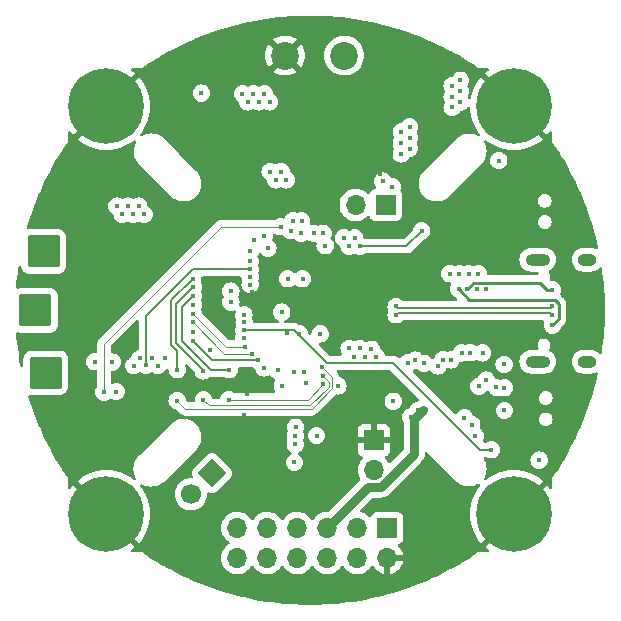
<source format=gbr>
%TF.GenerationSoftware,KiCad,Pcbnew,7.0.1*%
%TF.CreationDate,2023-08-27T06:58:20+02:00*%
%TF.ProjectId,MTR_Tiny_MD,4d54525f-5469-46e7-995f-4d442e6b6963,rev?*%
%TF.SameCoordinates,Original*%
%TF.FileFunction,Copper,L2,Inr*%
%TF.FilePolarity,Positive*%
%FSLAX46Y46*%
G04 Gerber Fmt 4.6, Leading zero omitted, Abs format (unit mm)*
G04 Created by KiCad (PCBNEW 7.0.1) date 2023-08-27 06:58:20*
%MOMM*%
%LPD*%
G01*
G04 APERTURE LIST*
G04 Aperture macros list*
%AMRoundRect*
0 Rectangle with rounded corners*
0 $1 Rounding radius*
0 $2 $3 $4 $5 $6 $7 $8 $9 X,Y pos of 4 corners*
0 Add a 4 corners polygon primitive as box body*
4,1,4,$2,$3,$4,$5,$6,$7,$8,$9,$2,$3,0*
0 Add four circle primitives for the rounded corners*
1,1,$1+$1,$2,$3*
1,1,$1+$1,$4,$5*
1,1,$1+$1,$6,$7*
1,1,$1+$1,$8,$9*
0 Add four rect primitives between the rounded corners*
20,1,$1+$1,$2,$3,$4,$5,0*
20,1,$1+$1,$4,$5,$6,$7,0*
20,1,$1+$1,$6,$7,$8,$9,0*
20,1,$1+$1,$8,$9,$2,$3,0*%
%AMHorizOval*
0 Thick line with rounded ends*
0 $1 width*
0 $2 $3 position (X,Y) of the first rounded end (center of the circle)*
0 $4 $5 position (X,Y) of the second rounded end (center of the circle)*
0 Add line between two ends*
20,1,$1,$2,$3,$4,$5,0*
0 Add two circle primitives to create the rounded ends*
1,1,$1,$2,$3*
1,1,$1,$4,$5*%
%AMRotRect*
0 Rectangle, with rotation*
0 The origin of the aperture is its center*
0 $1 length*
0 $2 width*
0 $3 Rotation angle, in degrees counterclockwise*
0 Add horizontal line*
21,1,$1,$2,0,0,$3*%
G04 Aperture macros list end*
%TA.AperFunction,ComponentPad*%
%ADD10R,1.700000X1.700000*%
%TD*%
%TA.AperFunction,ComponentPad*%
%ADD11O,1.700000X1.700000*%
%TD*%
%TA.AperFunction,ComponentPad*%
%ADD12RoundRect,0.165000X1.210000X-1.210000X1.210000X1.210000X-1.210000X1.210000X-1.210000X-1.210000X0*%
%TD*%
%TA.AperFunction,ComponentPad*%
%ADD13C,0.800000*%
%TD*%
%TA.AperFunction,ComponentPad*%
%ADD14C,6.400000*%
%TD*%
%TA.AperFunction,ComponentPad*%
%ADD15C,2.362200*%
%TD*%
%TA.AperFunction,ComponentPad*%
%ADD16O,2.100000X1.000000*%
%TD*%
%TA.AperFunction,ComponentPad*%
%ADD17O,1.600000X1.000000*%
%TD*%
%TA.AperFunction,ComponentPad*%
%ADD18RotRect,1.700000X1.700000X315.000000*%
%TD*%
%TA.AperFunction,ComponentPad*%
%ADD19HorizOval,1.700000X0.000000X0.000000X0.000000X0.000000X0*%
%TD*%
%TA.AperFunction,ViaPad*%
%ADD20C,0.450000*%
%TD*%
%TA.AperFunction,Conductor*%
%ADD21C,0.200000*%
%TD*%
%TA.AperFunction,Conductor*%
%ADD22C,0.100000*%
%TD*%
%TA.AperFunction,Conductor*%
%ADD23C,0.750000*%
%TD*%
%TA.AperFunction,Conductor*%
%ADD24C,0.228600*%
%TD*%
G04 APERTURE END LIST*
D10*
%TO.N,GND*%
%TO.C,J5*%
X110400000Y-111025000D03*
D11*
%TO.N,DOUT*%
X110400000Y-113565000D03*
%TD*%
D12*
%TO.N,OUTC*%
%TO.C,H12*%
X82620000Y-105310000D03*
%TD*%
D13*
%TO.N,GND*%
%TO.C,H1*%
X119850000Y-117250000D03*
X120552944Y-115552944D03*
X120552944Y-118947056D03*
X122250000Y-114850000D03*
D14*
X122250000Y-117250000D03*
D13*
X122250000Y-119650000D03*
X123947056Y-115552944D03*
X123947056Y-118947056D03*
X124650000Y-117250000D03*
%TD*%
%TO.N,GND*%
%TO.C,H3*%
X119850000Y-82750000D03*
X120552944Y-81052944D03*
X120552944Y-84447056D03*
X122250000Y-80350000D03*
D14*
X122250000Y-82750000D03*
D13*
X122250000Y-85150000D03*
X123947056Y-81052944D03*
X123947056Y-84447056D03*
X124650000Y-82750000D03*
%TD*%
%TO.N,GND*%
%TO.C,H8*%
X85350000Y-82750000D03*
X86052944Y-81052944D03*
X86052944Y-84447056D03*
X87750000Y-80350000D03*
D14*
X87750000Y-82750000D03*
D13*
X87750000Y-85150000D03*
X89447056Y-81052944D03*
X89447056Y-84447056D03*
X90150000Y-82750000D03*
%TD*%
%TO.N,GND*%
%TO.C,H9*%
X85350000Y-117250000D03*
X86052944Y-115552944D03*
X86052944Y-118947056D03*
X87750000Y-114850000D03*
D14*
X87750000Y-117250000D03*
D13*
X87750000Y-119650000D03*
X89447056Y-115552944D03*
X89447056Y-118947056D03*
X90150000Y-117250000D03*
%TD*%
D15*
%TO.N,/VM*%
%TO.C,J6*%
X107890000Y-78450000D03*
%TO.N,GND*%
X102890000Y-78450000D03*
%TD*%
D16*
%TO.N,unconnected-(J1-SHIELD-PadS1)*%
%TO.C,J1*%
X124280000Y-104370000D03*
D17*
X128460000Y-104370000D03*
D16*
X124280000Y-95730000D03*
D17*
X128460000Y-95730000D03*
%TD*%
D18*
%TO.N,SWD*%
%TO.C,J3*%
X96700000Y-113800000D03*
D19*
%TO.N,SWCLK*%
X94903949Y-115596051D03*
%TD*%
D10*
%TO.N,3V3_BUCK*%
%TO.C,J2*%
X111540000Y-118450000D03*
D11*
%TO.N,GND*%
X111540000Y-120990000D03*
%TO.N,GPIO23*%
X109000000Y-118450000D03*
%TO.N,GPIO21*%
X109000000Y-120990000D03*
%TO.N,+VBUS_OUT*%
X106460000Y-118450000D03*
%TO.N,GPIO20*%
X106460000Y-120990000D03*
%TO.N,GPIO25*%
X103920000Y-118450000D03*
%TO.N,GPIO2*%
X103920000Y-120990000D03*
%TO.N,GPIO24*%
X101380000Y-118450000D03*
%TO.N,GPIO3*%
X101380000Y-120990000D03*
%TO.N,GPIO22*%
X98840000Y-118450000D03*
%TO.N,GPIO9*%
X98840000Y-120990000D03*
%TD*%
D12*
%TO.N,OUTB*%
%TO.C,H11*%
X81740000Y-100030000D03*
%TD*%
%TO.N,OUTA*%
%TO.C,H10*%
X82440000Y-95030000D03*
%TD*%
D10*
%TO.N,UART_TX*%
%TO.C,J4*%
X111400000Y-91100000D03*
D11*
%TO.N,UART_RX*%
X108860000Y-91100000D03*
%TD*%
D20*
%TO.N,+1V1*%
X102600000Y-100175000D03*
X98300000Y-99325000D03*
%TO.N,3V3_BUCK*%
X108775000Y-93900000D03*
X103000000Y-88975000D03*
X109225000Y-94600000D03*
X112725000Y-85850000D03*
X109225000Y-103250000D03*
X108300000Y-103250000D03*
X121425000Y-106575000D03*
X110200000Y-103300000D03*
X112725000Y-86775000D03*
X104275000Y-92450000D03*
X121450000Y-108500000D03*
X114450000Y-93305000D03*
X110600000Y-103950000D03*
X108300000Y-94600000D03*
X113425000Y-84475000D03*
X95800000Y-81625000D03*
X103550000Y-92450000D03*
X88575000Y-106900000D03*
X103775000Y-109925000D03*
X113425000Y-86325000D03*
X98300000Y-98403750D03*
X103750000Y-110675000D03*
X119300469Y-106449000D03*
X120975000Y-87350000D03*
X113425000Y-85400000D03*
X103750000Y-111375000D03*
X104365000Y-97347100D03*
X103095000Y-97347100D03*
X102650000Y-106400000D03*
X101625000Y-88275000D03*
X108750000Y-103950000D03*
X109675000Y-103950000D03*
X102075000Y-88975000D03*
X102550000Y-88275000D03*
X107850000Y-93900000D03*
X112725000Y-84925000D03*
%TO.N,Current_A*%
X95050000Y-97350000D03*
X93750000Y-105050000D03*
%TO.N,Current_B*%
X95950000Y-105150000D03*
X95096127Y-98045630D03*
%TO.N,Current_C*%
X95091757Y-98791757D03*
X98150000Y-105050000D03*
%TO.N,VREF*%
X95100000Y-99550000D03*
X107349500Y-106425000D03*
X96545878Y-103354122D03*
%TO.N,DOUT*%
X103675000Y-112900000D03*
%TO.N,GPIO25*%
X105550000Y-110625000D03*
%TO.N,USB_D+*%
X125500000Y-99700000D03*
X112280000Y-99700000D03*
%TO.N,USB_D-*%
X125500000Y-100400000D03*
X112280000Y-100400000D03*
%TO.N,GPIO24*%
X104665322Y-106162026D03*
%TO.N,GPIO22*%
X103674500Y-105250000D03*
%TO.N,GPIO9*%
X101435523Y-94764477D03*
%TO.N,GPIO3*%
X106100000Y-93500000D03*
%TO.N,GPIO2*%
X106275500Y-94550000D03*
%TO.N,GPIO20*%
X101100000Y-104900000D03*
%TO.N,GPIO21*%
X102250000Y-105100000D03*
%TO.N,SWD*%
X99413337Y-101053153D03*
%TO.N,SWCLK*%
X99403721Y-100403722D03*
%TO.N,RUN*%
X120350000Y-111825000D03*
X99398827Y-101702494D03*
%TO.N,nFAULT*%
X102500000Y-92950000D03*
X87550000Y-106950000D03*
%TO.N,I2C_SDA*%
X105850000Y-102025000D03*
X105300000Y-93500000D03*
X119925000Y-98224500D03*
X111950000Y-89575000D03*
%TO.N,I2C_SCL*%
X119175000Y-98224500D03*
X111161833Y-89081555D03*
X104100000Y-102000000D03*
X104250000Y-93500000D03*
%TO.N,nSLEEP*%
X88250000Y-104400000D03*
X103360523Y-93289477D03*
%TO.N,DRVOFF*%
X101100000Y-93750000D03*
X86750000Y-104375000D03*
%TO.N,INLC*%
X92699000Y-104081112D03*
X100250000Y-94100000D03*
%TO.N,INHC*%
X92125000Y-104700000D03*
X99950000Y-95000000D03*
%TO.N,INLB*%
X91649500Y-104100000D03*
X99924500Y-95890475D03*
%TO.N,INHB*%
X91125000Y-104675000D03*
X99924500Y-96539978D03*
%TO.N,INLA*%
X99924500Y-97189481D03*
X90600000Y-104100000D03*
%TO.N,INHA*%
X99924500Y-97838984D03*
X90075000Y-104700000D03*
%TO.N,SPI_MISO*%
X95050000Y-101850000D03*
X99400004Y-102351995D03*
%TO.N,SPI_SS*%
X95100000Y-100300000D03*
X99450000Y-103100000D03*
%TO.N,SPI_SCK*%
X95100000Y-101050000D03*
X100050000Y-103700000D03*
%TO.N,SPI_MOSI*%
X100600000Y-104250000D03*
X95100000Y-102650000D03*
%TO.N,DIR_Pin*%
X103025000Y-101975000D03*
%TO.N,GPIO23*%
X104500000Y-105250000D03*
X124400000Y-112700000D03*
%TO.N,Net-(U1-GPIO26_ADC0)*%
X106024500Y-104850000D03*
X93750000Y-107675000D03*
%TO.N,Net-(U1-GPIO27_ADC1)*%
X106062250Y-105553151D03*
X95975000Y-107575000D03*
%TO.N,Net-(U1-GPIO28_ADC2)*%
X98125000Y-107600000D03*
X106100000Y-106300000D03*
%TO.N,+VBUS_OUT*%
X114105885Y-108505885D03*
X113524500Y-109075000D03*
X114225000Y-109075000D03*
X114796947Y-108505885D03*
%TO.N,VBUS_MIN*%
X115816207Y-104735585D03*
%TO.N,ISNK_FINE*%
X119603575Y-103625500D03*
X119000000Y-110675000D03*
%TO.N,ALIM*%
X99275000Y-81675000D03*
X99725000Y-82375000D03*
X89100000Y-91900000D03*
X101575000Y-82375000D03*
X101125000Y-81675000D03*
X88650000Y-91200000D03*
X100200000Y-81675000D03*
X100650000Y-82375000D03*
X117725000Y-81475000D03*
X117725000Y-82400000D03*
X90025000Y-91900000D03*
X117025000Y-81925000D03*
X89575000Y-91200000D03*
X117025000Y-81000000D03*
X120775709Y-106558511D03*
X90950000Y-91900000D03*
X117025000Y-82850000D03*
X90500000Y-91200000D03*
X117725000Y-80550000D03*
%TO.N,+VBUS_FET_EN*%
X116927796Y-104214207D03*
X119925500Y-105924500D03*
%TO.N,GATE*%
X118686622Y-109711622D03*
X113908148Y-104246945D03*
%TO.N,SAFE_PWR_EN*%
X117825000Y-103625500D03*
%TO.N,SOURCE*%
X112050000Y-107725000D03*
X114625000Y-104500000D03*
%TO.N,/CC1*%
X117575081Y-98224500D03*
X125525000Y-101300000D03*
%TO.N,/CC2*%
X118302241Y-98224500D03*
X125525000Y-98300000D03*
%TO.N,GND*%
X84600000Y-98425000D03*
X103725000Y-90025000D03*
X104650000Y-90025000D03*
X97450000Y-85325000D03*
X84725000Y-91875000D03*
X115965500Y-107124500D03*
X96750000Y-84850000D03*
X92325000Y-93450000D03*
X108400000Y-83400000D03*
X105550000Y-98900000D03*
X99423819Y-108849500D03*
X113000000Y-97700000D03*
X104325000Y-99475000D03*
X96750000Y-86700000D03*
X107950000Y-82700000D03*
X100150000Y-109550000D03*
X89534311Y-104075626D03*
X84600000Y-99075000D03*
X108875000Y-82700000D03*
X105550000Y-100750000D03*
X84650000Y-101050000D03*
X85650000Y-91875000D03*
X110925000Y-88450000D03*
X84525000Y-101675000D03*
X105575000Y-90025000D03*
X106875000Y-97350000D03*
X83875000Y-101675000D03*
X96750000Y-85775000D03*
X100053721Y-98475500D03*
X105550000Y-99825000D03*
X90825000Y-93449500D03*
X83800000Y-91875000D03*
X92594990Y-96369990D03*
X97450000Y-84400000D03*
X83350000Y-91175000D03*
X84275000Y-91175000D03*
X110250000Y-83400000D03*
X85200000Y-91175000D03*
X104325000Y-98550000D03*
X115075000Y-98175000D03*
X104325000Y-100400000D03*
X109800000Y-82700000D03*
X91575000Y-93450000D03*
X114500000Y-92375000D03*
X84000000Y-101050000D03*
X99625000Y-107125500D03*
X83975000Y-98950000D03*
X83975000Y-98300000D03*
X121450000Y-109775000D03*
X91491622Y-96366622D03*
X97450000Y-86250000D03*
X109325000Y-83400000D03*
%TO.N,ISNK_COARSE*%
X121425000Y-104600000D03*
X118544319Y-103614638D03*
%TO.N,VBUS_MAX*%
X116278490Y-104198242D03*
%TO.N,+VBUS*%
X118425000Y-96924500D03*
X117650000Y-96924500D03*
X119250000Y-96925000D03*
X116825000Y-96924000D03*
%TO.N,DRAIN_1*%
X118075000Y-109100000D03*
X113300000Y-104475000D03*
%TD*%
D21*
%TO.N,3V3_BUCK*%
X113155000Y-94600000D02*
X114450000Y-93305000D01*
X109225000Y-94600000D02*
X113155000Y-94600000D01*
%TO.N,Current_A*%
X95050000Y-97350000D02*
X95049294Y-97350000D01*
X93750000Y-103475000D02*
X93750000Y-105050000D01*
X93225000Y-99174294D02*
X93225000Y-102950000D01*
X95049294Y-97350000D02*
X93225000Y-99174294D01*
X93225000Y-102950000D02*
X93750000Y-103475000D01*
%TO.N,Current_B*%
X93625000Y-99516051D02*
X93625000Y-102750000D01*
X95095421Y-98045630D02*
X93625000Y-99516051D01*
X93625000Y-102750000D02*
X95950000Y-105075000D01*
X95950000Y-105075000D02*
X95950000Y-105150000D01*
X95096127Y-98045630D02*
X95095421Y-98045630D01*
%TO.N,Current_C*%
X96592463Y-105050000D02*
X98150000Y-105050000D01*
X95091757Y-98791757D02*
X94125000Y-99758514D01*
X94125000Y-102582537D02*
X96592463Y-105050000D01*
X94125000Y-99758514D02*
X94125000Y-102582537D01*
%TO.N,USB_D+*%
X112280000Y-99700000D02*
X112404999Y-99824999D01*
X125375001Y-99824999D02*
X125500000Y-99700000D01*
X112404999Y-99824999D02*
X125375001Y-99824999D01*
%TO.N,USB_D-*%
X112404999Y-100275001D02*
X112280000Y-100400000D01*
X125375001Y-100275001D02*
X112404999Y-100275001D01*
X125500000Y-100400000D02*
X125375001Y-100275001D01*
%TO.N,RUN*%
X103652494Y-101702494D02*
X99398827Y-101702494D01*
X120350000Y-111825000D02*
X119407537Y-111825000D01*
X106425000Y-104475000D02*
X103652494Y-101702494D01*
X119407537Y-111825000D02*
X112057537Y-104475000D01*
X112057537Y-104475000D02*
X106425000Y-104475000D01*
D22*
%TO.N,nFAULT*%
X87550000Y-102846752D02*
X87550000Y-106950000D01*
X97446752Y-92950000D02*
X87550000Y-102846752D01*
X102500000Y-92950000D02*
X97446752Y-92950000D01*
D21*
%TO.N,INHB*%
X95117559Y-96539978D02*
X99924500Y-96539978D01*
X91125000Y-104675000D02*
X91125000Y-100532537D01*
X91125000Y-100532537D02*
X95117559Y-96539978D01*
D22*
%TO.N,SPI_SS*%
X97900000Y-103100000D02*
X95100000Y-100300000D01*
X99450000Y-103100000D02*
X97900000Y-103100000D01*
%TO.N,SPI_SCK*%
X100050000Y-103700000D02*
X97750000Y-103700000D01*
X97750000Y-103700000D02*
X95100000Y-101050000D01*
D21*
%TO.N,SPI_MOSI*%
X96700000Y-104250000D02*
X100600000Y-104250000D01*
X95100000Y-102650000D02*
X96700000Y-104250000D01*
D22*
%TO.N,Net-(U1-GPIO26_ADC0)*%
X94450000Y-108375000D02*
X93750000Y-107675000D01*
X106030851Y-104850000D02*
X106875000Y-105694149D01*
X106875000Y-105694149D02*
X106875000Y-106624264D01*
X105124264Y-108375000D02*
X94450000Y-108375000D01*
X106024500Y-104850000D02*
X106030851Y-104850000D01*
X106875000Y-106624264D02*
X105124264Y-108375000D01*
%TO.N,Net-(U1-GPIO27_ADC1)*%
X106575000Y-106065901D02*
X106575000Y-106500000D01*
X105000000Y-108075000D02*
X96475000Y-108075000D01*
X106575000Y-106500000D02*
X105000000Y-108075000D01*
X96475000Y-108075000D02*
X95975000Y-107575000D01*
X106062250Y-105553151D02*
X106575000Y-106065901D01*
%TO.N,Net-(U1-GPIO28_ADC2)*%
X104800000Y-107600000D02*
X98125000Y-107600000D01*
X106100000Y-106300000D02*
X104800000Y-107600000D01*
D23*
%TO.N,+VBUS_OUT*%
X109920000Y-114990000D02*
X110990255Y-114990000D01*
X113825000Y-109225000D02*
X114550000Y-108500000D01*
X113825000Y-112155255D02*
X113825000Y-109225000D01*
X106460000Y-118450000D02*
X109920000Y-114990000D01*
X110990255Y-114990000D02*
X113825000Y-112155255D01*
D24*
%TO.N,/CC1*%
X117575081Y-98260026D02*
X118475755Y-99160700D01*
X126039300Y-99464300D02*
X126039300Y-100785700D01*
X117575081Y-98224500D02*
X117575081Y-98260026D01*
X126039300Y-100785700D02*
X125525000Y-101300000D01*
X118475755Y-99160700D02*
X125735700Y-99160700D01*
X125735700Y-99160700D02*
X126039300Y-99464300D01*
%TO.N,/CC2*%
X118302241Y-98224500D02*
X118841541Y-97685200D01*
X118841541Y-97685200D02*
X124431093Y-97685200D01*
X124431093Y-97685200D02*
X125045893Y-98300000D01*
X125045893Y-98300000D02*
X125525000Y-98300000D01*
%TD*%
%TA.AperFunction,Conductor*%
%TO.N,GND*%
G36*
X105262590Y-75083360D02*
G01*
X105730262Y-75092742D01*
X105732467Y-75092807D01*
X106252482Y-75113006D01*
X106254904Y-75113126D01*
X106721764Y-75141255D01*
X106723902Y-75141402D01*
X107242801Y-75181775D01*
X107245536Y-75182019D01*
X107710496Y-75228810D01*
X107712465Y-75229024D01*
X108229866Y-75289562D01*
X108232630Y-75289918D01*
X108694778Y-75355240D01*
X108696589Y-75355509D01*
X109211896Y-75436185D01*
X109214899Y-75436694D01*
X109673296Y-75520361D01*
X109674838Y-75520654D01*
X110187350Y-75621412D01*
X110190527Y-75622080D01*
X110644313Y-75723866D01*
X110645476Y-75724134D01*
X111154911Y-75844999D01*
X111158139Y-75845812D01*
X111606175Y-75965369D01*
X111607189Y-75965645D01*
X112096846Y-76102095D01*
X112112773Y-76106534D01*
X112116294Y-76107570D01*
X112557236Y-76244399D01*
X112558229Y-76244712D01*
X112943441Y-76368359D01*
X113059693Y-76405674D01*
X113063323Y-76406900D01*
X113496122Y-76560486D01*
X113496790Y-76560727D01*
X113994208Y-76741971D01*
X113997825Y-76743354D01*
X114420921Y-76912896D01*
X114421052Y-76912949D01*
X114914649Y-77114831D01*
X114918414Y-77116444D01*
X115329338Y-77300564D01*
X115329559Y-77300664D01*
X115819760Y-77523742D01*
X115823511Y-77525527D01*
X116218969Y-77722127D01*
X116219365Y-77722325D01*
X116707981Y-77968005D01*
X116711924Y-77970076D01*
X117085442Y-78174848D01*
X117152947Y-78212140D01*
X117578022Y-78446969D01*
X117582048Y-78449290D01*
X117915598Y-78649955D01*
X117915564Y-78650011D01*
X117915806Y-78650080D01*
X118428586Y-78959928D01*
X118432632Y-78962480D01*
X118603493Y-79074843D01*
X118603561Y-79074887D01*
X118770657Y-79184928D01*
X119238448Y-79492992D01*
X119238845Y-79493253D01*
X119249253Y-79501728D01*
X119262699Y-79500500D01*
X120020244Y-79500500D01*
X120082098Y-79516727D01*
X120128020Y-79561229D01*
X120146182Y-79622543D01*
X120131905Y-79684876D01*
X120088868Y-79732173D01*
X120067501Y-79746048D01*
X119812086Y-79952877D01*
X122250000Y-82390790D01*
X125047121Y-85187912D01*
X125253951Y-84932499D01*
X125267827Y-84911133D01*
X125315124Y-84868096D01*
X125377457Y-84853819D01*
X125438771Y-84871981D01*
X125483273Y-84917903D01*
X125499500Y-84979757D01*
X125499500Y-85737498D01*
X125498312Y-85750742D01*
X125506707Y-85760967D01*
X125924369Y-86387667D01*
X125924415Y-86387736D01*
X126042682Y-86565449D01*
X126045293Y-86569541D01*
X126271285Y-86939252D01*
X126335700Y-87044633D01*
X126356593Y-87078812D01*
X126356662Y-87079060D01*
X126356722Y-87079024D01*
X126560823Y-87414399D01*
X126563186Y-87418451D01*
X126836875Y-87908352D01*
X126837075Y-87908712D01*
X127044718Y-88283258D01*
X127046842Y-88287255D01*
X127294274Y-88774022D01*
X127294533Y-88774536D01*
X127493639Y-89170705D01*
X127495530Y-89174635D01*
X127720206Y-89663123D01*
X127720514Y-89663797D01*
X127906851Y-90075285D01*
X127908518Y-90079137D01*
X128023918Y-90358368D01*
X128081166Y-90496890D01*
X128111898Y-90571250D01*
X128112241Y-90572088D01*
X128283698Y-90995554D01*
X128285134Y-90999269D01*
X128419486Y-91364254D01*
X128467872Y-91495701D01*
X128468237Y-91496707D01*
X128623607Y-91930108D01*
X128624856Y-91933768D01*
X128787215Y-92434546D01*
X128787590Y-92435723D01*
X128926019Y-92877395D01*
X128927074Y-92880944D01*
X129069187Y-93385919D01*
X129069559Y-93387268D01*
X129190467Y-93835942D01*
X129191340Y-93839372D01*
X129313246Y-94348225D01*
X129313601Y-94349747D01*
X129389938Y-94686794D01*
X129385481Y-94757639D01*
X129343437Y-94814832D01*
X129277148Y-94840222D01*
X129207655Y-94825750D01*
X129147800Y-94793757D01*
X128957701Y-94736091D01*
X128809550Y-94721500D01*
X128809547Y-94721500D01*
X128110453Y-94721500D01*
X128110450Y-94721500D01*
X127962298Y-94736091D01*
X127772197Y-94793758D01*
X127596992Y-94887406D01*
X127443431Y-95013431D01*
X127317406Y-95166992D01*
X127223758Y-95342197D01*
X127166091Y-95532298D01*
X127146619Y-95729999D01*
X127166091Y-95927701D01*
X127223758Y-96117802D01*
X127317406Y-96293007D01*
X127443431Y-96446568D01*
X127596992Y-96572593D01*
X127632951Y-96591813D01*
X127772196Y-96666241D01*
X127824338Y-96682058D01*
X127962298Y-96723908D01*
X128110450Y-96738500D01*
X128110453Y-96738500D01*
X128809547Y-96738500D01*
X128809550Y-96738500D01*
X128957701Y-96723908D01*
X128957700Y-96723908D01*
X129147804Y-96666241D01*
X129323004Y-96572595D01*
X129323005Y-96572593D01*
X129323007Y-96572593D01*
X129476566Y-96446570D01*
X129491100Y-96428861D01*
X129537001Y-96393797D01*
X129593724Y-96382900D01*
X129649350Y-96398459D01*
X129692189Y-96437204D01*
X129713238Y-96490993D01*
X129752178Y-96763891D01*
X129752571Y-96766910D01*
X129813655Y-97284069D01*
X129813880Y-97286114D01*
X129861217Y-97752076D01*
X129861475Y-97754945D01*
X129902221Y-98273738D01*
X129902376Y-98275955D01*
X129930829Y-98743784D01*
X129930964Y-98746496D01*
X129951346Y-99266299D01*
X129951417Y-99268685D01*
X129960908Y-99737346D01*
X129960934Y-99739897D01*
X129960934Y-100260103D01*
X129960908Y-100262654D01*
X129951417Y-100731313D01*
X129951346Y-100733699D01*
X129930964Y-101253502D01*
X129930829Y-101256214D01*
X129902376Y-101724043D01*
X129902221Y-101726260D01*
X129861475Y-102245053D01*
X129861217Y-102247922D01*
X129813880Y-102713884D01*
X129813655Y-102715929D01*
X129752566Y-103233129D01*
X129752172Y-103236148D01*
X129701081Y-103594194D01*
X129680033Y-103647983D01*
X129637195Y-103686728D01*
X129581569Y-103702287D01*
X129524846Y-103691390D01*
X129478945Y-103656327D01*
X129476567Y-103653430D01*
X129323007Y-103527406D01*
X129147802Y-103433758D01*
X128957701Y-103376091D01*
X128809550Y-103361500D01*
X128809547Y-103361500D01*
X128110453Y-103361500D01*
X128110450Y-103361500D01*
X127962298Y-103376091D01*
X127772197Y-103433758D01*
X127596992Y-103527406D01*
X127443431Y-103653431D01*
X127317406Y-103806992D01*
X127223758Y-103982197D01*
X127166091Y-104172298D01*
X127146619Y-104370000D01*
X127166091Y-104567701D01*
X127223758Y-104757802D01*
X127317406Y-104933007D01*
X127443431Y-105086568D01*
X127596992Y-105212593D01*
X127610163Y-105219633D01*
X127772196Y-105306241D01*
X127859459Y-105332712D01*
X127962298Y-105363908D01*
X128110450Y-105378500D01*
X128110453Y-105378500D01*
X128809547Y-105378500D01*
X128809550Y-105378500D01*
X128957701Y-105363908D01*
X129012127Y-105347398D01*
X129147804Y-105306241D01*
X129181886Y-105288023D01*
X129251379Y-105273550D01*
X129317668Y-105298939D01*
X129359713Y-105356133D01*
X129364170Y-105426978D01*
X129313601Y-105650251D01*
X129313246Y-105651773D01*
X129191340Y-106160626D01*
X129190467Y-106164056D01*
X129069559Y-106612730D01*
X129069187Y-106614079D01*
X128927074Y-107119054D01*
X128926019Y-107122603D01*
X128787590Y-107564275D01*
X128787215Y-107565452D01*
X128624856Y-108066230D01*
X128623607Y-108069890D01*
X128468237Y-108503291D01*
X128467872Y-108504297D01*
X128285152Y-109000683D01*
X128283698Y-109004444D01*
X128112251Y-109427884D01*
X128111908Y-109428722D01*
X127908518Y-109920861D01*
X127906851Y-109924713D01*
X127720514Y-110336201D01*
X127720206Y-110336875D01*
X127495530Y-110825363D01*
X127493639Y-110829293D01*
X127294533Y-111225462D01*
X127294274Y-111225976D01*
X127046842Y-111712743D01*
X127044718Y-111716740D01*
X126837075Y-112091286D01*
X126836875Y-112091646D01*
X126563186Y-112581547D01*
X126560823Y-112585599D01*
X126356722Y-112920975D01*
X126356593Y-112921186D01*
X126045301Y-113430445D01*
X126042690Y-113434537D01*
X125924471Y-113612177D01*
X125924471Y-113612178D01*
X125506459Y-114239404D01*
X125498317Y-114249392D01*
X125499500Y-114262539D01*
X125499500Y-115020244D01*
X125483273Y-115082098D01*
X125438771Y-115128020D01*
X125377457Y-115146182D01*
X125315124Y-115131905D01*
X125267827Y-115088868D01*
X125253947Y-115067495D01*
X125047122Y-114812087D01*
X125047121Y-114812086D01*
X122250000Y-117609210D01*
X119812086Y-120047121D01*
X119812087Y-120047122D01*
X120067494Y-120253948D01*
X120088867Y-120267827D01*
X120131904Y-120315124D01*
X120146181Y-120377457D01*
X120128019Y-120438771D01*
X120082097Y-120483273D01*
X120020243Y-120499500D01*
X119262539Y-120499500D01*
X119249392Y-120498317D01*
X119239404Y-120506459D01*
X118612731Y-120924103D01*
X118434527Y-121042698D01*
X118430434Y-121045309D01*
X117921502Y-121356401D01*
X117921291Y-121356530D01*
X117585580Y-121560835D01*
X117581528Y-121563198D01*
X117091873Y-121836750D01*
X117091513Y-121836951D01*
X116716730Y-122044724D01*
X116712733Y-122046847D01*
X116225976Y-122294274D01*
X116225462Y-122294533D01*
X115829293Y-122493639D01*
X115825363Y-122495530D01*
X115336939Y-122720177D01*
X115336265Y-122720485D01*
X114924690Y-122906861D01*
X114920838Y-122908528D01*
X114428789Y-123111880D01*
X114427951Y-123112223D01*
X114004441Y-123283699D01*
X114000680Y-123285153D01*
X113504297Y-123467872D01*
X113503291Y-123468237D01*
X113069899Y-123623604D01*
X113066239Y-123624853D01*
X112565471Y-123787209D01*
X112564294Y-123787584D01*
X112122568Y-123926029D01*
X112119019Y-123927084D01*
X111614145Y-124069168D01*
X111612796Y-124069540D01*
X111164050Y-124190469D01*
X111160620Y-124191342D01*
X110651773Y-124313246D01*
X110650250Y-124313601D01*
X110195770Y-124416535D01*
X110192470Y-124417236D01*
X109680250Y-124518910D01*
X109678553Y-124519235D01*
X109219272Y-124603871D01*
X109216108Y-124604412D01*
X108701125Y-124685808D01*
X108699253Y-124686089D01*
X108236107Y-124752177D01*
X108233088Y-124752571D01*
X107715929Y-124813655D01*
X107713884Y-124813880D01*
X107247922Y-124861217D01*
X107245053Y-124861475D01*
X106726260Y-124902221D01*
X106724043Y-124902376D01*
X106256214Y-124930829D01*
X106253502Y-124930964D01*
X105733699Y-124951346D01*
X105731313Y-124951417D01*
X105291311Y-124960327D01*
X105262652Y-124960908D01*
X105260103Y-124960934D01*
X104739897Y-124960934D01*
X104737347Y-124960908D01*
X104700254Y-124960156D01*
X104268685Y-124951417D01*
X104266299Y-124951346D01*
X103746496Y-124930964D01*
X103743784Y-124930829D01*
X103275955Y-124902376D01*
X103273738Y-124902221D01*
X102754945Y-124861475D01*
X102752076Y-124861217D01*
X102286114Y-124813880D01*
X102284069Y-124813655D01*
X101766910Y-124752571D01*
X101763891Y-124752177D01*
X101300745Y-124686089D01*
X101298873Y-124685808D01*
X100783890Y-124604412D01*
X100780726Y-124603871D01*
X100321445Y-124519235D01*
X100319748Y-124518910D01*
X99807528Y-124417236D01*
X99804228Y-124416535D01*
X99349748Y-124313601D01*
X99348225Y-124313246D01*
X98839378Y-124191342D01*
X98835958Y-124190471D01*
X98773658Y-124173683D01*
X98387202Y-124069540D01*
X98385853Y-124069168D01*
X97880979Y-123927084D01*
X97877430Y-123926029D01*
X97435704Y-123787584D01*
X97434527Y-123787209D01*
X96933759Y-123624853D01*
X96930099Y-123623604D01*
X96496707Y-123468237D01*
X96495701Y-123467872D01*
X95999277Y-123285137D01*
X95995557Y-123283699D01*
X95572047Y-123112223D01*
X95571209Y-123111880D01*
X95079160Y-122908528D01*
X95075308Y-122906861D01*
X94663733Y-122720485D01*
X94663059Y-122720177D01*
X94174635Y-122495530D01*
X94170705Y-122493639D01*
X93774536Y-122294533D01*
X93774022Y-122294274D01*
X93287265Y-122046847D01*
X93283268Y-122044724D01*
X92908486Y-121836951D01*
X92908126Y-121836750D01*
X92647052Y-121690898D01*
X92418453Y-121563188D01*
X92414436Y-121560845D01*
X92078708Y-121356530D01*
X92078497Y-121356401D01*
X91569564Y-121045309D01*
X91565471Y-121042698D01*
X91387114Y-120924001D01*
X91387114Y-120924000D01*
X90760967Y-120506707D01*
X90750742Y-120498312D01*
X90737498Y-120499500D01*
X89979757Y-120499500D01*
X89917903Y-120483273D01*
X89871981Y-120438771D01*
X89853819Y-120377457D01*
X89868096Y-120315124D01*
X89911133Y-120267827D01*
X89932499Y-120253951D01*
X90187912Y-120047121D01*
X87750000Y-117609210D01*
X84952877Y-114812086D01*
X84746048Y-115067501D01*
X84732173Y-115088868D01*
X84684876Y-115131905D01*
X84622543Y-115146182D01*
X84561229Y-115128020D01*
X84516727Y-115082098D01*
X84500500Y-115020244D01*
X84500500Y-114452877D01*
X85312086Y-114452877D01*
X87750000Y-116890790D01*
X90547121Y-119687912D01*
X90753953Y-119432497D01*
X90965627Y-119106548D01*
X91142078Y-118760244D01*
X91281355Y-118397413D01*
X91381948Y-118021995D01*
X91442748Y-117638117D01*
X91463089Y-117249999D01*
X91442748Y-116861882D01*
X91381948Y-116478004D01*
X91281355Y-116102586D01*
X91142078Y-115739755D01*
X91068857Y-115596051D01*
X93540793Y-115596051D01*
X93559385Y-115820419D01*
X93559385Y-115820422D01*
X93559386Y-115820423D01*
X93614651Y-116038662D01*
X93705088Y-116244841D01*
X93828227Y-116433319D01*
X93980711Y-116598959D01*
X94158370Y-116737238D01*
X94158373Y-116737240D01*
X94356375Y-116844393D01*
X94569314Y-116917495D01*
X94791380Y-116954551D01*
X95016515Y-116954551D01*
X95016518Y-116954551D01*
X95238584Y-116917495D01*
X95451523Y-116844393D01*
X95649525Y-116737240D01*
X95827189Y-116598957D01*
X95979671Y-116433319D01*
X96102809Y-116244842D01*
X96193245Y-116038667D01*
X96248513Y-115820419D01*
X96267105Y-115596051D01*
X96264833Y-115568634D01*
X96276284Y-115504813D01*
X96317958Y-115455137D01*
X96378817Y-115432762D01*
X96442743Y-115443613D01*
X96555266Y-115495001D01*
X96700000Y-115515810D01*
X96844734Y-115495001D01*
X96977743Y-115434258D01*
X97025172Y-115396038D01*
X98296038Y-114125172D01*
X98334258Y-114077743D01*
X98395001Y-113944734D01*
X98415810Y-113800000D01*
X98414281Y-113789368D01*
X98395001Y-113655268D01*
X98395001Y-113655266D01*
X98334258Y-113522257D01*
X98296038Y-113474828D01*
X97721210Y-112900000D01*
X102936859Y-112900000D01*
X102939222Y-112920975D01*
X102955366Y-113064254D01*
X103009957Y-113220266D01*
X103097899Y-113360225D01*
X103214774Y-113477100D01*
X103214776Y-113477101D01*
X103214777Y-113477102D01*
X103354733Y-113565042D01*
X103510748Y-113619634D01*
X103675000Y-113638141D01*
X103839252Y-113619634D01*
X103995267Y-113565042D01*
X104135223Y-113477102D01*
X104252102Y-113360223D01*
X104340042Y-113220267D01*
X104394634Y-113064252D01*
X104413141Y-112900000D01*
X104394634Y-112735748D01*
X104340042Y-112579733D01*
X104252102Y-112439777D01*
X104252101Y-112439776D01*
X104252100Y-112439774D01*
X104135224Y-112322898D01*
X104044383Y-112265819D01*
X103997896Y-112213800D01*
X103986212Y-112145021D01*
X104012912Y-112080568D01*
X104058598Y-112048155D01*
X104058246Y-112047595D01*
X104068229Y-112041321D01*
X104069806Y-112040203D01*
X104070267Y-112040042D01*
X104210223Y-111952102D01*
X104327102Y-111835223D01*
X104415042Y-111695267D01*
X104469634Y-111539252D01*
X104488141Y-111375000D01*
X104469634Y-111210748D01*
X104419198Y-111066610D01*
X104412128Y-111025000D01*
X104419199Y-110983386D01*
X104469634Y-110839252D01*
X104488141Y-110675000D01*
X104482507Y-110625000D01*
X104811859Y-110625000D01*
X104830366Y-110789254D01*
X104884957Y-110945266D01*
X104972899Y-111085225D01*
X105089774Y-111202100D01*
X105089776Y-111202101D01*
X105089777Y-111202102D01*
X105103537Y-111210748D01*
X105229733Y-111290042D01*
X105302473Y-111315495D01*
X105385748Y-111344634D01*
X105550000Y-111363141D01*
X105714252Y-111344634D01*
X105870267Y-111290042D01*
X106010223Y-111202102D01*
X106127102Y-111085223D01*
X106215042Y-110945267D01*
X106269634Y-110789252D01*
X106271691Y-110771000D01*
X109042000Y-110771000D01*
X110146000Y-110771000D01*
X110146000Y-109667000D01*
X110654000Y-109667000D01*
X110654000Y-110771000D01*
X111758000Y-110771000D01*
X111758000Y-110126411D01*
X111751494Y-110065906D01*
X111700445Y-109929037D01*
X111612904Y-109812095D01*
X111495962Y-109724554D01*
X111359093Y-109673505D01*
X111298589Y-109667000D01*
X110654000Y-109667000D01*
X110146000Y-109667000D01*
X109501411Y-109667000D01*
X109440906Y-109673505D01*
X109304037Y-109724554D01*
X109187095Y-109812095D01*
X109099554Y-109929037D01*
X109048505Y-110065906D01*
X109042000Y-110126411D01*
X109042000Y-110771000D01*
X106271691Y-110771000D01*
X106288141Y-110625000D01*
X106269634Y-110460748D01*
X106215042Y-110304733D01*
X106127102Y-110164777D01*
X106127101Y-110164776D01*
X106127100Y-110164774D01*
X106010225Y-110047899D01*
X105870266Y-109959957D01*
X105714254Y-109905366D01*
X105550000Y-109886859D01*
X105385745Y-109905366D01*
X105229733Y-109959957D01*
X105089774Y-110047899D01*
X104972899Y-110164774D01*
X104884957Y-110304733D01*
X104830366Y-110460745D01*
X104811859Y-110625000D01*
X104482507Y-110625000D01*
X104469634Y-110510748D01*
X104419422Y-110367249D01*
X104413144Y-110311524D01*
X104431663Y-110258601D01*
X104440042Y-110245267D01*
X104494634Y-110089252D01*
X104513141Y-109925000D01*
X104494634Y-109760748D01*
X104440042Y-109604733D01*
X104352102Y-109464777D01*
X104352101Y-109464776D01*
X104352100Y-109464774D01*
X104235225Y-109347899D01*
X104095266Y-109259957D01*
X103939254Y-109205366D01*
X103775000Y-109186859D01*
X103610745Y-109205366D01*
X103454733Y-109259957D01*
X103314774Y-109347899D01*
X103197899Y-109464774D01*
X103109957Y-109604733D01*
X103055366Y-109760745D01*
X103036859Y-109925000D01*
X103055366Y-110089254D01*
X103105577Y-110232748D01*
X103111856Y-110288470D01*
X103093336Y-110341397D01*
X103084957Y-110354731D01*
X103030366Y-110510745D01*
X103011859Y-110675000D01*
X103030366Y-110839252D01*
X103080800Y-110983386D01*
X103087870Y-111025000D01*
X103080800Y-111066614D01*
X103030366Y-111210747D01*
X103011859Y-111374999D01*
X103030366Y-111539254D01*
X103084957Y-111695266D01*
X103172899Y-111835225D01*
X103289775Y-111952101D01*
X103380616Y-112009180D01*
X103427102Y-112061197D01*
X103438788Y-112129973D01*
X103412093Y-112194424D01*
X103366402Y-112226845D01*
X103366754Y-112227405D01*
X103356793Y-112233663D01*
X103355199Y-112234795D01*
X103354733Y-112234957D01*
X103214774Y-112322899D01*
X103097899Y-112439774D01*
X103009957Y-112579733D01*
X102955366Y-112735745D01*
X102939856Y-112873403D01*
X102936859Y-112900000D01*
X97721210Y-112900000D01*
X97025172Y-112203962D01*
X96977743Y-112165742D01*
X96844734Y-112104999D01*
X96844732Y-112104998D01*
X96844731Y-112104998D01*
X96700000Y-112084189D01*
X96555268Y-112104998D01*
X96422256Y-112165742D01*
X96374824Y-112203965D01*
X95103965Y-113474824D01*
X95065742Y-113522256D01*
X95004998Y-113655268D01*
X94984189Y-113799999D01*
X95004998Y-113944731D01*
X95057278Y-114059209D01*
X95068343Y-114120540D01*
X95048662Y-114179672D01*
X95003049Y-114222139D01*
X94942664Y-114237551D01*
X94791380Y-114237551D01*
X94569314Y-114274607D01*
X94569311Y-114274607D01*
X94569311Y-114274608D01*
X94356375Y-114347708D01*
X94158370Y-114454863D01*
X93980711Y-114593142D01*
X93828227Y-114758782D01*
X93705088Y-114947260D01*
X93614651Y-115153439D01*
X93559386Y-115371678D01*
X93559385Y-115371683D01*
X93540793Y-115596051D01*
X91068857Y-115596051D01*
X90965628Y-115393455D01*
X90753948Y-115067495D01*
X90639216Y-114925813D01*
X90612020Y-114861417D01*
X90623334Y-114792435D01*
X90669676Y-114740100D01*
X90736781Y-114720519D01*
X90803996Y-114739721D01*
X90861296Y-114775593D01*
X91076373Y-114867731D01*
X91303073Y-114925650D01*
X91535988Y-114947968D01*
X91740175Y-114935892D01*
X91769564Y-114934154D01*
X91998220Y-114884537D01*
X92064533Y-114858947D01*
X92216515Y-114800298D01*
X92419232Y-114683451D01*
X92601537Y-114536780D01*
X92678352Y-114452544D01*
X92682448Y-114448264D01*
X95318941Y-111821290D01*
X95321331Y-111818972D01*
X95403850Y-111741068D01*
X95466393Y-111660748D01*
X95545351Y-111559348D01*
X95657737Y-111358324D01*
X95657737Y-111358322D01*
X95657739Y-111358320D01*
X95738431Y-111142606D01*
X95785570Y-110917169D01*
X95798072Y-110687196D01*
X95775648Y-110457977D01*
X95744638Y-110336201D01*
X95718814Y-110234786D01*
X95628881Y-110022764D01*
X95609251Y-109990960D01*
X95507910Y-109826773D01*
X95358692Y-109651337D01*
X95184657Y-109500487D01*
X94989809Y-109377693D01*
X94894840Y-109336359D01*
X94778632Y-109285781D01*
X94643411Y-109250000D01*
X94555982Y-109226865D01*
X94555979Y-109226864D01*
X94555977Y-109226864D01*
X94326987Y-109202301D01*
X94326984Y-109202301D01*
X94195508Y-109208216D01*
X94096900Y-109212654D01*
X93871037Y-109257684D01*
X93654574Y-109336359D01*
X93452505Y-109446865D01*
X93269476Y-109586660D01*
X93190461Y-109668802D01*
X93188834Y-109670462D01*
X90561407Y-112302896D01*
X90556033Y-112307973D01*
X90472353Y-112382507D01*
X90323557Y-112563082D01*
X90204345Y-112764413D01*
X90117554Y-112981707D01*
X90065261Y-113209774D01*
X90048711Y-113443160D01*
X90068301Y-113676328D01*
X90123560Y-113903692D01*
X90195722Y-114077743D01*
X90213172Y-114119832D01*
X90249665Y-114179672D01*
X90259744Y-114196198D01*
X90278161Y-114263338D01*
X90258113Y-114330009D01*
X90205720Y-114375856D01*
X90136979Y-114386883D01*
X90072876Y-114359722D01*
X89932502Y-114246049D01*
X89606548Y-114034372D01*
X89260244Y-113857921D01*
X88897413Y-113718644D01*
X88521995Y-113618051D01*
X88138117Y-113557251D01*
X87750000Y-113536910D01*
X87361882Y-113557251D01*
X86978004Y-113618051D01*
X86602586Y-113718644D01*
X86239755Y-113857921D01*
X85893455Y-114034371D01*
X85567502Y-114246047D01*
X85312086Y-114452877D01*
X84500500Y-114452877D01*
X84500500Y-114262485D01*
X84501673Y-114249372D01*
X84493520Y-114239375D01*
X84274099Y-113910134D01*
X84075146Y-113611605D01*
X84025437Y-113536910D01*
X83957316Y-113434549D01*
X83954705Y-113430457D01*
X83643406Y-112921186D01*
X83643277Y-112920975D01*
X83634078Y-112905860D01*
X83439156Y-112585566D01*
X83436832Y-112581582D01*
X83163123Y-112091646D01*
X83162923Y-112091286D01*
X82955280Y-111716740D01*
X82953156Y-111712743D01*
X82705724Y-111225976D01*
X82705465Y-111225462D01*
X82506359Y-110829293D01*
X82504468Y-110825363D01*
X82279554Y-110336356D01*
X82093138Y-109924693D01*
X82091480Y-109920861D01*
X81887996Y-109428494D01*
X81887814Y-109428049D01*
X81716277Y-109004386D01*
X81714890Y-109000798D01*
X81532038Y-108504056D01*
X81531761Y-108503291D01*
X81529828Y-108497899D01*
X81376382Y-108069866D01*
X81375150Y-108066254D01*
X81217722Y-107580683D01*
X81212793Y-107565480D01*
X81212418Y-107564305D01*
X81200757Y-107527100D01*
X81145093Y-107349500D01*
X81141537Y-107288325D01*
X81167262Y-107232704D01*
X81216184Y-107195798D01*
X81276730Y-107186336D01*
X81287704Y-107187333D01*
X81287707Y-107187334D01*
X81355561Y-107193500D01*
X83884438Y-107193499D01*
X83884439Y-107193499D01*
X83907056Y-107191443D01*
X83952293Y-107187334D01*
X84108443Y-107138676D01*
X84248411Y-107054062D01*
X84364062Y-106938411D01*
X84448676Y-106798443D01*
X84497334Y-106642293D01*
X84503500Y-106574439D01*
X84503499Y-104374999D01*
X86011859Y-104374999D01*
X86030366Y-104539254D01*
X86084957Y-104695266D01*
X86172899Y-104835225D01*
X86289774Y-104952100D01*
X86289776Y-104952101D01*
X86289777Y-104952102D01*
X86384025Y-105011322D01*
X86429733Y-105040042D01*
X86498915Y-105064250D01*
X86585748Y-105094634D01*
X86750000Y-105113141D01*
X86851394Y-105101716D01*
X86920169Y-105113402D01*
X86972187Y-105159888D01*
X86991500Y-105226924D01*
X86991500Y-106423872D01*
X86972188Y-106490906D01*
X86919350Y-106574999D01*
X86884956Y-106629736D01*
X86830366Y-106785745D01*
X86811859Y-106950000D01*
X86830366Y-107114254D01*
X86884957Y-107270266D01*
X86972899Y-107410225D01*
X87089774Y-107527100D01*
X87089776Y-107527101D01*
X87089777Y-107527102D01*
X87229733Y-107615042D01*
X87385748Y-107669634D01*
X87550000Y-107688141D01*
X87714252Y-107669634D01*
X87870267Y-107615042D01*
X88010223Y-107527102D01*
X88010222Y-107527102D01*
X88022244Y-107519549D01*
X88057699Y-107497269D01*
X88113423Y-107490989D01*
X88166354Y-107509510D01*
X88194352Y-107527102D01*
X88254733Y-107565042D01*
X88410748Y-107619634D01*
X88575000Y-107638141D01*
X88739252Y-107619634D01*
X88895267Y-107565042D01*
X89035223Y-107477102D01*
X89152102Y-107360223D01*
X89240042Y-107220267D01*
X89294634Y-107064252D01*
X89313141Y-106900000D01*
X89294634Y-106735748D01*
X89240042Y-106579733D01*
X89152102Y-106439777D01*
X89152101Y-106439776D01*
X89152100Y-106439774D01*
X89035225Y-106322899D01*
X88895266Y-106234957D01*
X88739254Y-106180366D01*
X88629750Y-106168027D01*
X88575000Y-106161859D01*
X88574999Y-106161859D01*
X88410745Y-106180366D01*
X88276115Y-106227476D01*
X88216886Y-106233310D01*
X88161587Y-106211308D01*
X88122556Y-106166379D01*
X88108500Y-106108547D01*
X88108500Y-105263192D01*
X88127812Y-105196157D01*
X88179829Y-105149671D01*
X88235937Y-105140136D01*
X88235892Y-105139730D01*
X88243125Y-105138914D01*
X88248604Y-105137984D01*
X88249084Y-105138037D01*
X88250000Y-105138141D01*
X88414252Y-105119634D01*
X88570267Y-105065042D01*
X88710223Y-104977102D01*
X88827102Y-104860223D01*
X88915042Y-104720267D01*
X88969634Y-104564252D01*
X88988141Y-104400000D01*
X88969634Y-104235748D01*
X88950912Y-104182245D01*
X88915042Y-104079733D01*
X88875325Y-104016523D01*
X88827102Y-103939777D01*
X88827101Y-103939776D01*
X88827100Y-103939774D01*
X88710225Y-103822899D01*
X88570266Y-103734957D01*
X88414254Y-103680366D01*
X88347981Y-103672899D01*
X88250000Y-103661859D01*
X88249998Y-103661859D01*
X88249996Y-103661859D01*
X88248604Y-103662016D01*
X88243125Y-103661085D01*
X88235892Y-103660270D01*
X88235937Y-103659863D01*
X88179829Y-103650329D01*
X88127812Y-103603843D01*
X88108500Y-103536808D01*
X88108500Y-103130280D01*
X88118091Y-103082062D01*
X88145405Y-103041185D01*
X90301405Y-100885185D01*
X90351564Y-100854447D01*
X90410211Y-100849831D01*
X90464561Y-100872344D01*
X90502767Y-100917077D01*
X90516500Y-100974280D01*
X90516500Y-103262708D01*
X90505987Y-103313094D01*
X90476202Y-103355072D01*
X90432115Y-103381637D01*
X90279733Y-103434957D01*
X90139774Y-103522899D01*
X90022899Y-103639774D01*
X89934958Y-103779732D01*
X89878376Y-103941432D01*
X89848543Y-103988911D01*
X89801065Y-104018744D01*
X89754733Y-104034957D01*
X89614775Y-104122898D01*
X89497899Y-104239774D01*
X89409957Y-104379733D01*
X89355366Y-104535745D01*
X89337392Y-104695266D01*
X89336859Y-104700000D01*
X89339143Y-104720267D01*
X89355366Y-104864254D01*
X89409957Y-105020266D01*
X89497899Y-105160225D01*
X89614774Y-105277100D01*
X89614776Y-105277101D01*
X89614777Y-105277102D01*
X89689493Y-105324049D01*
X89754733Y-105365042D01*
X89793942Y-105378762D01*
X89910748Y-105419634D01*
X90075000Y-105438141D01*
X90239252Y-105419634D01*
X90395267Y-105365042D01*
X90535223Y-105277102D01*
X90535222Y-105277102D01*
X90547244Y-105269549D01*
X90548199Y-105271069D01*
X90576988Y-105252977D01*
X90632715Y-105246695D01*
X90685647Y-105265215D01*
X90804733Y-105340042D01*
X90960748Y-105394634D01*
X91125000Y-105413141D01*
X91289252Y-105394634D01*
X91445267Y-105340042D01*
X91538070Y-105281729D01*
X91605106Y-105262417D01*
X91672142Y-105281730D01*
X91804733Y-105365042D01*
X91843942Y-105378762D01*
X91960748Y-105419634D01*
X92125000Y-105438141D01*
X92289252Y-105419634D01*
X92445267Y-105365042D01*
X92585223Y-105277102D01*
X92702102Y-105160223D01*
X92783715Y-105030335D01*
X92828216Y-104987788D01*
X92887571Y-104971407D01*
X92947601Y-104985108D01*
X92993971Y-105025619D01*
X93015607Y-105083267D01*
X93030366Y-105214254D01*
X93084957Y-105370266D01*
X93172899Y-105510225D01*
X93289774Y-105627100D01*
X93289776Y-105627101D01*
X93289777Y-105627102D01*
X93369349Y-105677100D01*
X93429733Y-105715042D01*
X93558095Y-105759958D01*
X93585748Y-105769634D01*
X93750000Y-105788141D01*
X93914252Y-105769634D01*
X94070267Y-105715042D01*
X94210223Y-105627102D01*
X94327102Y-105510223D01*
X94415042Y-105370267D01*
X94469634Y-105214252D01*
X94488141Y-105050000D01*
X94469634Y-104885748D01*
X94420203Y-104744484D01*
X94415694Y-104677598D01*
X94446130Y-104617864D01*
X94502895Y-104582195D01*
X94569920Y-104580691D01*
X94628228Y-104613777D01*
X95186701Y-105172250D01*
X95211128Y-105206675D01*
X95222813Y-105247235D01*
X95230365Y-105314249D01*
X95230365Y-105314251D01*
X95230366Y-105314252D01*
X95252847Y-105378500D01*
X95284958Y-105470267D01*
X95372899Y-105610225D01*
X95489774Y-105727100D01*
X95489776Y-105727101D01*
X95489777Y-105727102D01*
X95580263Y-105783958D01*
X95629733Y-105815042D01*
X95697849Y-105838877D01*
X95785748Y-105869634D01*
X95950000Y-105888141D01*
X96114252Y-105869634D01*
X96270267Y-105815042D01*
X96410223Y-105727102D01*
X96443469Y-105693855D01*
X96492061Y-105663638D01*
X96549006Y-105658029D01*
X96592463Y-105663751D01*
X96621227Y-105659964D01*
X96624162Y-105659578D01*
X96640607Y-105658500D01*
X97703448Y-105658500D01*
X97770482Y-105677812D01*
X97808663Y-105701803D01*
X97829733Y-105715042D01*
X97958095Y-105759958D01*
X97985748Y-105769634D01*
X98150000Y-105788141D01*
X98314252Y-105769634D01*
X98470267Y-105715042D01*
X98610223Y-105627102D01*
X98727102Y-105510223D01*
X98815042Y-105370267D01*
X98869634Y-105214252D01*
X98888141Y-105050000D01*
X98882350Y-104998605D01*
X98894036Y-104929831D01*
X98940522Y-104877813D01*
X99007558Y-104858500D01*
X100153448Y-104858500D01*
X100220482Y-104877812D01*
X100257007Y-104900762D01*
X100279733Y-104915042D01*
X100292265Y-104919427D01*
X100349160Y-104959795D01*
X100375857Y-105024246D01*
X100380365Y-105064250D01*
X100434957Y-105220266D01*
X100522899Y-105360225D01*
X100639774Y-105477100D01*
X100639776Y-105477101D01*
X100639777Y-105477102D01*
X100779733Y-105565042D01*
X100935748Y-105619634D01*
X101100000Y-105638141D01*
X101264252Y-105619634D01*
X101420267Y-105565042D01*
X101496876Y-105516905D01*
X101559197Y-105497682D01*
X101622784Y-105512196D01*
X101670596Y-105556559D01*
X101672900Y-105560226D01*
X101789774Y-105677100D01*
X101789776Y-105677101D01*
X101789777Y-105677102D01*
X101929733Y-105765042D01*
X101987969Y-105785419D01*
X102035446Y-105815251D01*
X102065280Y-105862731D01*
X102071559Y-105918454D01*
X102053039Y-105971382D01*
X101984957Y-106079734D01*
X101930366Y-106235745D01*
X101911859Y-106400000D01*
X101930366Y-106564254D01*
X101984956Y-106720263D01*
X101984957Y-106720265D01*
X101984958Y-106720267D01*
X102065510Y-106848466D01*
X102084772Y-106911967D01*
X102069100Y-106976449D01*
X102022839Y-107024025D01*
X101958822Y-107041500D01*
X98651128Y-107041500D01*
X98584093Y-107022188D01*
X98445267Y-106934958D01*
X98445265Y-106934957D01*
X98445263Y-106934956D01*
X98289254Y-106880366D01*
X98125000Y-106861859D01*
X97960745Y-106880366D01*
X97804733Y-106934957D01*
X97664774Y-107022899D01*
X97547899Y-107139774D01*
X97459957Y-107279733D01*
X97406637Y-107432115D01*
X97380072Y-107476202D01*
X97338094Y-107505987D01*
X97287708Y-107516500D01*
X96819150Y-107516500D01*
X96760276Y-107501899D01*
X96715046Y-107461481D01*
X96700977Y-107423569D01*
X96699323Y-107424148D01*
X96640042Y-107254733D01*
X96595227Y-107183410D01*
X96552102Y-107114777D01*
X96552101Y-107114776D01*
X96552100Y-107114774D01*
X96435225Y-106997899D01*
X96295266Y-106909957D01*
X96139254Y-106855366D01*
X96029750Y-106843027D01*
X95975000Y-106836859D01*
X95974999Y-106836859D01*
X95810745Y-106855366D01*
X95654733Y-106909957D01*
X95514774Y-106997899D01*
X95397899Y-107114774D01*
X95309957Y-107254733D01*
X95255366Y-107410745D01*
X95243450Y-107516500D01*
X95236859Y-107575000D01*
X95248283Y-107676394D01*
X95236598Y-107745169D01*
X95190112Y-107797187D01*
X95123076Y-107816500D01*
X94733528Y-107816500D01*
X94685310Y-107806909D01*
X94644433Y-107779595D01*
X94512752Y-107647914D01*
X94488325Y-107613488D01*
X94476640Y-107572929D01*
X94469634Y-107510748D01*
X94464917Y-107497269D01*
X94415042Y-107354733D01*
X94332616Y-107223553D01*
X94327102Y-107214777D01*
X94327101Y-107214776D01*
X94327100Y-107214774D01*
X94210225Y-107097899D01*
X94070266Y-107009957D01*
X93914254Y-106955366D01*
X93750000Y-106936859D01*
X93585745Y-106955366D01*
X93429733Y-107009957D01*
X93289774Y-107097899D01*
X93172899Y-107214774D01*
X93084957Y-107354733D01*
X93030366Y-107510745D01*
X93011859Y-107675000D01*
X93030366Y-107839254D01*
X93084957Y-107995266D01*
X93172899Y-108135225D01*
X93289774Y-108252100D01*
X93289776Y-108252101D01*
X93289777Y-108252102D01*
X93429733Y-108340042D01*
X93585748Y-108394634D01*
X93647929Y-108401640D01*
X93688488Y-108413325D01*
X93722914Y-108437752D01*
X94046796Y-108761634D01*
X94049787Y-108764728D01*
X94094224Y-108812308D01*
X94129830Y-108833961D01*
X94140497Y-108841221D01*
X94173697Y-108866398D01*
X94173698Y-108866398D01*
X94173699Y-108866399D01*
X94190620Y-108873071D01*
X94209854Y-108882625D01*
X94225401Y-108892079D01*
X94265530Y-108903322D01*
X94277758Y-108907435D01*
X94286151Y-108910745D01*
X94316523Y-108922722D01*
X94334616Y-108924581D01*
X94355723Y-108928592D01*
X94373236Y-108933500D01*
X94414913Y-108933500D01*
X94427798Y-108934161D01*
X94469246Y-108938422D01*
X94469246Y-108938421D01*
X94469247Y-108938422D01*
X94476787Y-108937121D01*
X94487170Y-108935332D01*
X94508577Y-108933500D01*
X105112562Y-108933500D01*
X105116863Y-108933573D01*
X105181916Y-108935795D01*
X105211466Y-108928594D01*
X105222399Y-108925930D01*
X105235075Y-108923521D01*
X105254390Y-108920865D01*
X105276362Y-108917846D01*
X105293047Y-108910597D01*
X105313404Y-108903752D01*
X105331079Y-108899446D01*
X105367414Y-108879014D01*
X105378943Y-108873288D01*
X105417180Y-108856680D01*
X105431294Y-108845196D01*
X105449043Y-108833116D01*
X105464903Y-108824199D01*
X105494370Y-108794730D01*
X105503928Y-108786104D01*
X105536274Y-108759790D01*
X105546768Y-108744921D01*
X105560601Y-108728499D01*
X106564100Y-107725000D01*
X111311859Y-107725000D01*
X111330366Y-107889254D01*
X111384957Y-108045266D01*
X111472899Y-108185225D01*
X111589774Y-108302100D01*
X111589776Y-108302101D01*
X111589777Y-108302102D01*
X111674546Y-108355366D01*
X111729733Y-108390042D01*
X111858095Y-108434958D01*
X111885748Y-108444634D01*
X112050000Y-108463141D01*
X112214252Y-108444634D01*
X112370267Y-108390042D01*
X112510223Y-108302102D01*
X112627102Y-108185223D01*
X112715042Y-108045267D01*
X112769634Y-107889252D01*
X112788141Y-107725000D01*
X112769634Y-107560748D01*
X112715042Y-107404733D01*
X112627102Y-107264777D01*
X112627101Y-107264776D01*
X112627100Y-107264774D01*
X112510225Y-107147899D01*
X112370266Y-107059957D01*
X112214254Y-107005366D01*
X112050000Y-106986859D01*
X111885745Y-107005366D01*
X111729733Y-107059957D01*
X111589774Y-107147899D01*
X111472899Y-107264774D01*
X111384957Y-107404733D01*
X111330366Y-107560745D01*
X111311859Y-107725000D01*
X106564100Y-107725000D01*
X107105692Y-107183408D01*
X107153170Y-107153576D01*
X107208887Y-107147297D01*
X107349500Y-107163141D01*
X107513752Y-107144634D01*
X107669767Y-107090042D01*
X107809723Y-107002102D01*
X107926602Y-106885223D01*
X108014542Y-106745267D01*
X108069134Y-106589252D01*
X108087641Y-106425000D01*
X108069134Y-106260748D01*
X108018055Y-106114774D01*
X108014542Y-106104733D01*
X107941680Y-105988774D01*
X107926602Y-105964777D01*
X107926601Y-105964776D01*
X107926600Y-105964774D01*
X107809725Y-105847899D01*
X107669767Y-105759958D01*
X107511473Y-105704568D01*
X107459756Y-105670285D01*
X107430672Y-105615474D01*
X107429392Y-105610223D01*
X107425925Y-105595997D01*
X107423523Y-105583355D01*
X107417846Y-105542051D01*
X107410600Y-105525368D01*
X107403753Y-105505010D01*
X107399446Y-105487334D01*
X107379023Y-105451012D01*
X107373283Y-105439457D01*
X107356679Y-105401231D01*
X107345203Y-105387126D01*
X107333113Y-105369362D01*
X107324200Y-105353510D01*
X107294728Y-105324038D01*
X107286093Y-105314470D01*
X107285913Y-105314249D01*
X107265385Y-105289016D01*
X107238024Y-105224524D01*
X107249337Y-105155385D01*
X107295829Y-105102977D01*
X107363125Y-105083500D01*
X111753298Y-105083500D01*
X111801516Y-105093091D01*
X111842393Y-105120405D01*
X114215656Y-107493668D01*
X114246394Y-107543827D01*
X114251010Y-107602473D01*
X114228498Y-107656823D01*
X114183765Y-107695029D01*
X114054364Y-107760964D01*
X114053283Y-107758844D01*
X114004816Y-107779130D01*
X113941635Y-107786250D01*
X113785617Y-107840843D01*
X113645659Y-107928784D01*
X113528784Y-108045659D01*
X113440843Y-108185617D01*
X113404443Y-108289641D01*
X113374609Y-108337121D01*
X113327130Y-108366954D01*
X113204232Y-108409958D01*
X113064274Y-108497899D01*
X112947399Y-108614774D01*
X112859457Y-108754733D01*
X112804866Y-108910745D01*
X112786359Y-109074999D01*
X112804866Y-109239254D01*
X112859457Y-109395266D01*
X112922187Y-109495099D01*
X112941500Y-109562135D01*
X112941500Y-111737108D01*
X112931909Y-111785326D01*
X112904597Y-111826200D01*
X112066578Y-112664219D01*
X111793821Y-112936976D01*
X111746867Y-112966624D01*
X111691728Y-112973208D01*
X111639113Y-112955449D01*
X111599243Y-112916796D01*
X111598861Y-112916211D01*
X111598860Y-112916209D01*
X111475722Y-112727732D01*
X111332157Y-112571780D01*
X111302921Y-112518178D01*
X111302318Y-112457122D01*
X111330493Y-112402951D01*
X111380827Y-112368388D01*
X111495963Y-112325445D01*
X111612904Y-112237904D01*
X111700445Y-112120962D01*
X111751494Y-111984093D01*
X111758000Y-111923589D01*
X111758000Y-111279000D01*
X109042000Y-111279000D01*
X109042000Y-111923589D01*
X109048505Y-111984093D01*
X109099554Y-112120962D01*
X109187095Y-112237904D01*
X109304037Y-112325445D01*
X109419172Y-112368388D01*
X109469506Y-112402952D01*
X109497681Y-112457122D01*
X109497078Y-112518178D01*
X109467841Y-112571782D01*
X109324278Y-112727731D01*
X109201139Y-112916209D01*
X109110702Y-113122388D01*
X109055437Y-113340627D01*
X109055436Y-113340632D01*
X109036844Y-113565000D01*
X109055436Y-113789368D01*
X109055436Y-113789371D01*
X109055437Y-113789372D01*
X109110702Y-114007611D01*
X109201141Y-114213794D01*
X109242231Y-114276687D01*
X109261780Y-114330017D01*
X109255921Y-114386514D01*
X109225843Y-114434697D01*
X106605947Y-117054595D01*
X106565070Y-117081909D01*
X106516852Y-117091500D01*
X106347431Y-117091500D01*
X106125365Y-117128556D01*
X106125362Y-117128556D01*
X106125362Y-117128557D01*
X105912426Y-117201657D01*
X105714421Y-117308812D01*
X105536762Y-117447091D01*
X105384278Y-117612731D01*
X105295483Y-117748643D01*
X105249969Y-117790541D01*
X105190000Y-117805727D01*
X105130031Y-117790541D01*
X105084517Y-117748643D01*
X104995721Y-117612731D01*
X104914126Y-117524096D01*
X104843240Y-117447094D01*
X104843239Y-117447093D01*
X104843237Y-117447091D01*
X104665578Y-117308812D01*
X104467573Y-117201657D01*
X104314510Y-117149111D01*
X104254635Y-117128556D01*
X104032569Y-117091500D01*
X103807431Y-117091500D01*
X103585365Y-117128556D01*
X103585362Y-117128556D01*
X103585362Y-117128557D01*
X103372426Y-117201657D01*
X103174421Y-117308812D01*
X102996762Y-117447091D01*
X102844278Y-117612731D01*
X102755483Y-117748643D01*
X102709969Y-117790541D01*
X102650000Y-117805727D01*
X102590031Y-117790541D01*
X102544517Y-117748643D01*
X102455721Y-117612731D01*
X102374126Y-117524096D01*
X102303240Y-117447094D01*
X102303239Y-117447093D01*
X102303237Y-117447091D01*
X102125578Y-117308812D01*
X101927573Y-117201657D01*
X101774510Y-117149111D01*
X101714635Y-117128556D01*
X101492569Y-117091500D01*
X101267431Y-117091500D01*
X101045365Y-117128556D01*
X101045362Y-117128556D01*
X101045362Y-117128557D01*
X100832426Y-117201657D01*
X100634421Y-117308812D01*
X100456762Y-117447091D01*
X100304278Y-117612731D01*
X100215483Y-117748643D01*
X100169969Y-117790541D01*
X100110000Y-117805727D01*
X100050031Y-117790541D01*
X100004517Y-117748643D01*
X99915721Y-117612731D01*
X99834126Y-117524096D01*
X99763240Y-117447094D01*
X99763239Y-117447093D01*
X99763237Y-117447091D01*
X99585578Y-117308812D01*
X99387573Y-117201657D01*
X99234510Y-117149111D01*
X99174635Y-117128556D01*
X98952569Y-117091500D01*
X98727431Y-117091500D01*
X98505365Y-117128556D01*
X98505362Y-117128556D01*
X98505362Y-117128557D01*
X98292426Y-117201657D01*
X98094421Y-117308812D01*
X97916762Y-117447091D01*
X97764278Y-117612731D01*
X97641139Y-117801209D01*
X97550702Y-118007388D01*
X97495437Y-118225627D01*
X97495436Y-118225632D01*
X97476844Y-118450000D01*
X97495436Y-118674368D01*
X97495436Y-118674371D01*
X97495437Y-118674372D01*
X97550702Y-118892611D01*
X97641139Y-119098790D01*
X97670950Y-119144419D01*
X97764278Y-119287268D01*
X97876525Y-119409200D01*
X97916762Y-119452908D01*
X98094418Y-119591185D01*
X98094420Y-119591186D01*
X98094424Y-119591189D01*
X98127682Y-119609187D01*
X98175952Y-119655503D01*
X98193711Y-119720000D01*
X98175952Y-119784497D01*
X98127682Y-119830812D01*
X98102848Y-119844252D01*
X98094418Y-119848814D01*
X97916762Y-119987091D01*
X97764278Y-120152731D01*
X97641139Y-120341209D01*
X97550702Y-120547388D01*
X97498665Y-120752881D01*
X97495436Y-120765632D01*
X97476844Y-120990000D01*
X97495436Y-121214368D01*
X97495436Y-121214371D01*
X97495437Y-121214372D01*
X97550702Y-121432611D01*
X97641139Y-121638790D01*
X97764278Y-121827268D01*
X97916762Y-121992908D01*
X98094421Y-122131187D01*
X98094424Y-122131189D01*
X98292426Y-122238342D01*
X98505365Y-122311444D01*
X98727431Y-122348500D01*
X98952566Y-122348500D01*
X98952569Y-122348500D01*
X99174635Y-122311444D01*
X99387574Y-122238342D01*
X99585576Y-122131189D01*
X99763240Y-121992906D01*
X99915722Y-121827268D01*
X100004518Y-121691354D01*
X100050031Y-121649458D01*
X100110000Y-121634272D01*
X100169969Y-121649458D01*
X100215481Y-121691354D01*
X100286618Y-121800237D01*
X100304278Y-121827268D01*
X100456762Y-121992908D01*
X100634421Y-122131187D01*
X100634424Y-122131189D01*
X100832426Y-122238342D01*
X101045365Y-122311444D01*
X101267431Y-122348500D01*
X101492566Y-122348500D01*
X101492569Y-122348500D01*
X101714635Y-122311444D01*
X101927574Y-122238342D01*
X102125576Y-122131189D01*
X102303240Y-121992906D01*
X102455722Y-121827268D01*
X102544518Y-121691354D01*
X102590031Y-121649458D01*
X102650000Y-121634272D01*
X102709969Y-121649458D01*
X102755481Y-121691354D01*
X102826618Y-121800237D01*
X102844278Y-121827268D01*
X102996762Y-121992908D01*
X103174421Y-122131187D01*
X103174424Y-122131189D01*
X103372426Y-122238342D01*
X103585365Y-122311444D01*
X103807431Y-122348500D01*
X104032566Y-122348500D01*
X104032569Y-122348500D01*
X104254635Y-122311444D01*
X104467574Y-122238342D01*
X104665576Y-122131189D01*
X104843240Y-121992906D01*
X104995722Y-121827268D01*
X105084518Y-121691354D01*
X105130031Y-121649458D01*
X105190000Y-121634272D01*
X105249969Y-121649458D01*
X105295481Y-121691354D01*
X105366618Y-121800237D01*
X105384278Y-121827268D01*
X105536762Y-121992908D01*
X105714421Y-122131187D01*
X105714424Y-122131189D01*
X105912426Y-122238342D01*
X106125365Y-122311444D01*
X106347431Y-122348500D01*
X106572566Y-122348500D01*
X106572569Y-122348500D01*
X106794635Y-122311444D01*
X107007574Y-122238342D01*
X107205576Y-122131189D01*
X107383240Y-121992906D01*
X107535722Y-121827268D01*
X107624518Y-121691354D01*
X107670031Y-121649458D01*
X107730000Y-121634272D01*
X107789969Y-121649458D01*
X107835481Y-121691354D01*
X107906618Y-121800237D01*
X107924278Y-121827268D01*
X108076762Y-121992908D01*
X108254421Y-122131187D01*
X108254424Y-122131189D01*
X108452426Y-122238342D01*
X108665365Y-122311444D01*
X108887431Y-122348500D01*
X109112566Y-122348500D01*
X109112569Y-122348500D01*
X109334635Y-122311444D01*
X109547574Y-122238342D01*
X109745576Y-122131189D01*
X109923240Y-121992906D01*
X110075722Y-121827268D01*
X110164818Y-121690896D01*
X110210329Y-121648999D01*
X110270299Y-121633813D01*
X110330268Y-121648999D01*
X110375782Y-121690897D01*
X110464678Y-121826962D01*
X110617096Y-121992533D01*
X110794697Y-122130766D01*
X110992631Y-122237883D01*
X111205485Y-122310955D01*
X111286000Y-122324391D01*
X111286000Y-121244000D01*
X111794000Y-121244000D01*
X111794000Y-122324391D01*
X111874514Y-122310955D01*
X112087368Y-122237883D01*
X112285302Y-122130766D01*
X112462903Y-121992533D01*
X112615321Y-121826962D01*
X112738419Y-121638548D01*
X112828822Y-121432451D01*
X112876544Y-121244000D01*
X111794000Y-121244000D01*
X111286000Y-121244000D01*
X111286000Y-120862000D01*
X111302881Y-120799000D01*
X111349000Y-120752881D01*
X111412000Y-120736000D01*
X112876544Y-120736000D01*
X112876544Y-120735999D01*
X112828822Y-120547548D01*
X112738419Y-120341451D01*
X112615321Y-120153037D01*
X112472018Y-119997367D01*
X112442780Y-119943763D01*
X112442178Y-119882707D01*
X112470353Y-119828537D01*
X112520683Y-119793976D01*
X112636204Y-119750889D01*
X112753261Y-119663261D01*
X112840889Y-119546204D01*
X112891989Y-119409201D01*
X112898500Y-119348638D01*
X112898500Y-117551362D01*
X112891989Y-117490799D01*
X112840889Y-117353796D01*
X112840888Y-117353794D01*
X112753261Y-117236738D01*
X112636205Y-117149111D01*
X112567702Y-117123560D01*
X112499201Y-117098011D01*
X112438638Y-117091500D01*
X110641362Y-117091500D01*
X110580799Y-117098011D01*
X110443794Y-117149111D01*
X110326738Y-117236738D01*
X110239109Y-117353796D01*
X110195000Y-117472057D01*
X110158469Y-117524096D01*
X110101178Y-117551672D01*
X110037716Y-117547762D01*
X109984245Y-117513362D01*
X109923240Y-117447094D01*
X109923239Y-117447093D01*
X109923237Y-117447091D01*
X109745578Y-117308812D01*
X109547573Y-117201657D01*
X109334632Y-117128555D01*
X109315779Y-117125409D01*
X109254095Y-117096429D01*
X109216526Y-117039568D01*
X109214062Y-116971460D01*
X109247422Y-116912035D01*
X110249052Y-115910405D01*
X110289930Y-115883091D01*
X110338148Y-115873500D01*
X110910800Y-115873500D01*
X110930509Y-115875051D01*
X110932508Y-115875367D01*
X110943762Y-115877150D01*
X111007007Y-115873835D01*
X111010106Y-115873673D01*
X111016700Y-115873500D01*
X111036560Y-115873500D01*
X111036561Y-115873500D01*
X111056320Y-115871422D01*
X111062880Y-115870906D01*
X111129226Y-115867430D01*
X111142181Y-115863958D01*
X111161621Y-115860355D01*
X111168665Y-115859615D01*
X111174959Y-115858954D01*
X111238134Y-115838426D01*
X111244448Y-115836555D01*
X111308618Y-115819362D01*
X111320565Y-115813274D01*
X111338823Y-115805710D01*
X111351586Y-115801564D01*
X111409130Y-115768339D01*
X111414886Y-115765214D01*
X111474094Y-115735047D01*
X111484514Y-115726608D01*
X111500805Y-115715411D01*
X111512424Y-115708704D01*
X111561810Y-115664235D01*
X111566790Y-115659983D01*
X111582241Y-115647472D01*
X111596310Y-115633401D01*
X111601057Y-115628897D01*
X111650440Y-115584434D01*
X111658325Y-115573579D01*
X111671161Y-115558550D01*
X114393544Y-112836166D01*
X114408576Y-112823328D01*
X114419434Y-112815440D01*
X114463905Y-112766048D01*
X114468408Y-112761302D01*
X114482472Y-112747240D01*
X114494979Y-112731792D01*
X114499222Y-112726824D01*
X114543704Y-112677424D01*
X114550415Y-112665799D01*
X114561608Y-112649514D01*
X114570047Y-112639094D01*
X114600214Y-112579886D01*
X114603339Y-112574130D01*
X114636564Y-112516586D01*
X114640710Y-112503823D01*
X114648276Y-112485561D01*
X114654362Y-112473618D01*
X114671555Y-112409448D01*
X114673426Y-112403134D01*
X114693954Y-112339959D01*
X114695355Y-112326624D01*
X114698958Y-112307181D01*
X114702430Y-112294226D01*
X114705906Y-112227880D01*
X114706424Y-112221303D01*
X114708248Y-112203962D01*
X114708500Y-112201561D01*
X114708500Y-112181700D01*
X114708673Y-112175108D01*
X114709367Y-112161859D01*
X114711125Y-112128319D01*
X114727153Y-112073106D01*
X114766045Y-112030760D01*
X114819702Y-112010101D01*
X114876950Y-112015433D01*
X114925869Y-112045642D01*
X117297911Y-114408312D01*
X117323280Y-114433580D01*
X117327846Y-114438373D01*
X117403405Y-114521996D01*
X117583520Y-114668316D01*
X117708286Y-114741077D01*
X117767471Y-114775593D01*
X117783981Y-114785221D01*
X117852496Y-114812086D01*
X118000031Y-114869935D01*
X118226517Y-114920439D01*
X118226522Y-114920440D01*
X118405983Y-114932143D01*
X118458086Y-114935542D01*
X118458087Y-114935541D01*
X118458089Y-114935542D01*
X118689227Y-114914881D01*
X118879076Y-114867730D01*
X118914441Y-114858947D01*
X118914442Y-114858946D01*
X118914444Y-114858946D01*
X119128391Y-114769068D01*
X119216642Y-114714718D01*
X119283809Y-114696010D01*
X119350643Y-114715884D01*
X119396674Y-114768255D01*
X119407808Y-114837086D01*
X119380635Y-114901299D01*
X119246047Y-115067501D01*
X119034371Y-115393455D01*
X118857921Y-115739755D01*
X118718644Y-116102586D01*
X118618051Y-116478004D01*
X118557251Y-116861882D01*
X118536910Y-117249999D01*
X118557251Y-117638117D01*
X118618051Y-118021995D01*
X118718644Y-118397413D01*
X118857921Y-118760244D01*
X119034372Y-119106548D01*
X119246049Y-119432502D01*
X119452876Y-119687911D01*
X119452877Y-119687912D01*
X124687912Y-114452877D01*
X124687911Y-114452876D01*
X124432502Y-114246049D01*
X124106548Y-114034372D01*
X123760244Y-113857921D01*
X123397413Y-113718644D01*
X123021995Y-113618051D01*
X122638117Y-113557251D01*
X122250000Y-113536910D01*
X121861882Y-113557251D01*
X121478004Y-113618051D01*
X121102586Y-113718644D01*
X120739755Y-113857921D01*
X120393455Y-114034371D01*
X120067501Y-114246047D01*
X119909067Y-114374344D01*
X119844755Y-114401529D01*
X119775842Y-114390298D01*
X119723490Y-114344098D01*
X119703775Y-114277117D01*
X119722750Y-114209925D01*
X119776315Y-114123719D01*
X119867045Y-113910132D01*
X119923876Y-113685140D01*
X119945458Y-113454086D01*
X119931279Y-113222461D01*
X119881674Y-112995765D01*
X119870381Y-112966624D01*
X119797824Y-112779385D01*
X119751951Y-112700000D01*
X123661859Y-112700000D01*
X123680366Y-112864254D01*
X123734957Y-113020266D01*
X123822899Y-113160225D01*
X123939774Y-113277100D01*
X123939776Y-113277101D01*
X123939777Y-113277102D01*
X124079733Y-113365042D01*
X124235748Y-113419634D01*
X124400000Y-113438141D01*
X124564252Y-113419634D01*
X124720267Y-113365042D01*
X124860223Y-113277102D01*
X124977102Y-113160223D01*
X125065042Y-113020267D01*
X125119634Y-112864252D01*
X125138141Y-112700000D01*
X125119634Y-112535748D01*
X125097810Y-112473380D01*
X125065042Y-112379733D01*
X125018105Y-112305033D01*
X124977102Y-112239777D01*
X124977101Y-112239776D01*
X124977100Y-112239774D01*
X124860225Y-112122899D01*
X124720266Y-112034957D01*
X124564254Y-111980366D01*
X124400000Y-111961859D01*
X124235745Y-111980366D01*
X124079733Y-112034957D01*
X123939774Y-112122899D01*
X123822899Y-112239774D01*
X123734957Y-112379733D01*
X123680366Y-112535745D01*
X123661859Y-112700000D01*
X119751951Y-112700000D01*
X119707191Y-112622542D01*
X119690286Y-112559536D01*
X119707155Y-112496521D01*
X119753276Y-112450387D01*
X119816286Y-112433500D01*
X119903448Y-112433500D01*
X119970482Y-112452812D01*
X120029733Y-112490042D01*
X120185748Y-112544634D01*
X120350000Y-112563141D01*
X120514252Y-112544634D01*
X120670267Y-112490042D01*
X120810223Y-112402102D01*
X120927102Y-112285223D01*
X121015042Y-112145267D01*
X121069634Y-111989252D01*
X121088141Y-111825000D01*
X121069634Y-111660748D01*
X121015042Y-111504733D01*
X120927102Y-111364777D01*
X120927101Y-111364776D01*
X120927100Y-111364774D01*
X120810225Y-111247899D01*
X120670266Y-111159957D01*
X120514254Y-111105366D01*
X120404750Y-111093028D01*
X120350000Y-111086859D01*
X120349999Y-111086859D01*
X120185745Y-111105366D01*
X120029733Y-111159957D01*
X119985967Y-111187457D01*
X119970482Y-111197187D01*
X119903448Y-111216500D01*
X119754012Y-111216500D01*
X119689995Y-111199025D01*
X119643734Y-111151449D01*
X119628062Y-111086966D01*
X119647325Y-111023464D01*
X119665042Y-110995267D01*
X119719633Y-110839254D01*
X119719634Y-110839252D01*
X119738141Y-110675000D01*
X119719634Y-110510748D01*
X119665042Y-110354733D01*
X119577102Y-110214777D01*
X119577101Y-110214776D01*
X119577100Y-110214774D01*
X119460226Y-110097900D01*
X119437374Y-110083541D01*
X119397723Y-110043889D01*
X119379203Y-109990960D01*
X119385481Y-109935243D01*
X119406256Y-109875874D01*
X119424763Y-109711622D01*
X119406256Y-109547370D01*
X119351664Y-109391355D01*
X119263724Y-109251399D01*
X119263723Y-109251398D01*
X119263722Y-109251396D01*
X119262325Y-109249999D01*
X124369534Y-109249999D01*
X124389312Y-109400235D01*
X124447301Y-109540232D01*
X124447302Y-109540233D01*
X124539549Y-109660451D01*
X124659767Y-109752698D01*
X124799764Y-109810687D01*
X124912280Y-109825500D01*
X124987720Y-109825500D01*
X125100236Y-109810687D01*
X125240233Y-109752698D01*
X125360451Y-109660451D01*
X125452698Y-109540233D01*
X125510687Y-109400236D01*
X125530466Y-109250000D01*
X125510687Y-109099764D01*
X125452698Y-108959767D01*
X125360451Y-108839549D01*
X125258911Y-108761634D01*
X125240232Y-108747301D01*
X125100235Y-108689312D01*
X124987720Y-108674500D01*
X124912280Y-108674500D01*
X124799764Y-108689312D01*
X124659767Y-108747301D01*
X124539549Y-108839549D01*
X124447301Y-108959767D01*
X124389312Y-109099764D01*
X124369534Y-109249999D01*
X119262325Y-109249999D01*
X119146847Y-109134521D01*
X119006889Y-109046580D01*
X118866484Y-108997450D01*
X118819004Y-108967616D01*
X118789171Y-108920136D01*
X118781931Y-108899445D01*
X118740042Y-108779733D01*
X118652102Y-108639777D01*
X118652101Y-108639776D01*
X118652100Y-108639774D01*
X118535225Y-108522899D01*
X118498781Y-108500000D01*
X120711859Y-108500000D01*
X120730366Y-108664254D01*
X120784957Y-108820266D01*
X120872899Y-108960225D01*
X120989774Y-109077100D01*
X120989776Y-109077101D01*
X120989777Y-109077102D01*
X121129733Y-109165042D01*
X121254094Y-109208558D01*
X121285748Y-109219634D01*
X121450000Y-109238141D01*
X121614252Y-109219634D01*
X121770267Y-109165042D01*
X121910223Y-109077102D01*
X122027102Y-108960223D01*
X122115042Y-108820267D01*
X122169634Y-108664252D01*
X122188141Y-108500000D01*
X122169634Y-108335748D01*
X122153500Y-108289641D01*
X122115042Y-108179733D01*
X122030798Y-108045659D01*
X122027102Y-108039777D01*
X122027101Y-108039776D01*
X122027100Y-108039774D01*
X121910225Y-107922899D01*
X121770266Y-107834957D01*
X121614254Y-107780366D01*
X121450000Y-107761859D01*
X121285745Y-107780366D01*
X121129733Y-107834957D01*
X120989774Y-107922899D01*
X120872899Y-108039774D01*
X120784957Y-108179733D01*
X120730366Y-108335745D01*
X120711859Y-108500000D01*
X118498781Y-108500000D01*
X118395266Y-108434957D01*
X118239254Y-108380366D01*
X118075000Y-108361859D01*
X117910745Y-108380366D01*
X117754733Y-108434957D01*
X117614774Y-108522899D01*
X117497898Y-108639775D01*
X117421805Y-108760878D01*
X117382154Y-108800529D01*
X117329226Y-108819050D01*
X117273503Y-108812771D01*
X117226023Y-108782937D01*
X115893086Y-107450000D01*
X124369534Y-107450000D01*
X124389312Y-107600235D01*
X124447301Y-107740232D01*
X124463896Y-107761859D01*
X124539549Y-107860451D01*
X124659767Y-107952698D01*
X124799764Y-108010687D01*
X124912280Y-108025500D01*
X124987720Y-108025500D01*
X125100236Y-108010687D01*
X125240233Y-107952698D01*
X125360451Y-107860451D01*
X125452698Y-107740233D01*
X125510687Y-107600236D01*
X125530466Y-107450000D01*
X125510687Y-107299764D01*
X125452698Y-107159767D01*
X125360451Y-107039549D01*
X125240233Y-106947302D01*
X125240232Y-106947301D01*
X125100235Y-106889312D01*
X124987720Y-106874500D01*
X124912280Y-106874500D01*
X124799764Y-106889312D01*
X124659767Y-106947301D01*
X124539549Y-107039549D01*
X124447301Y-107159767D01*
X124389312Y-107299764D01*
X124369534Y-107450000D01*
X115893086Y-107450000D01*
X114892086Y-106449000D01*
X118562328Y-106449000D01*
X118580835Y-106613254D01*
X118635426Y-106769266D01*
X118723368Y-106909225D01*
X118840243Y-107026100D01*
X118980202Y-107114042D01*
X119110876Y-107159767D01*
X119136217Y-107168634D01*
X119300469Y-107187141D01*
X119464721Y-107168634D01*
X119620736Y-107114042D01*
X119760692Y-107026102D01*
X119877571Y-106909223D01*
X119896997Y-106878305D01*
X119942735Y-106835064D01*
X120003684Y-106819342D01*
X120064633Y-106835064D01*
X120110372Y-106878306D01*
X120110665Y-106878772D01*
X120110667Y-106878778D01*
X120193093Y-107009958D01*
X120198610Y-107018738D01*
X120315483Y-107135611D01*
X120315485Y-107135612D01*
X120315486Y-107135613D01*
X120455442Y-107223553D01*
X120611457Y-107278145D01*
X120775709Y-107296652D01*
X120939961Y-107278145D01*
X121035178Y-107244826D01*
X121076790Y-107237756D01*
X121118406Y-107244827D01*
X121218163Y-107279733D01*
X121260748Y-107294634D01*
X121425000Y-107313141D01*
X121589252Y-107294634D01*
X121745267Y-107240042D01*
X121885223Y-107152102D01*
X122002102Y-107035223D01*
X122090042Y-106895267D01*
X122144634Y-106739252D01*
X122163141Y-106575000D01*
X122144634Y-106410748D01*
X122090042Y-106254733D01*
X122002102Y-106114777D01*
X122002101Y-106114776D01*
X122002100Y-106114774D01*
X121885225Y-105997899D01*
X121745266Y-105909957D01*
X121589254Y-105855366D01*
X121425000Y-105836859D01*
X121260747Y-105855366D01*
X121165529Y-105888684D01*
X121123915Y-105895754D01*
X121082300Y-105888683D01*
X120939963Y-105838877D01*
X120775702Y-105820369D01*
X120770169Y-105820993D01*
X120714449Y-105814713D01*
X120666971Y-105784879D01*
X120637139Y-105737400D01*
X120590542Y-105604233D01*
X120502602Y-105464277D01*
X120502601Y-105464276D01*
X120502600Y-105464274D01*
X120385725Y-105347399D01*
X120245766Y-105259457D01*
X120089754Y-105204866D01*
X119925500Y-105186359D01*
X119761245Y-105204866D01*
X119605233Y-105259457D01*
X119465274Y-105347399D01*
X119348399Y-105464274D01*
X119260458Y-105604231D01*
X119246122Y-105645202D01*
X119205753Y-105702095D01*
X119141304Y-105728792D01*
X119136219Y-105729365D01*
X118980201Y-105783958D01*
X118840243Y-105871899D01*
X118723368Y-105988774D01*
X118635426Y-106128733D01*
X118580835Y-106284745D01*
X118562328Y-106449000D01*
X114892086Y-106449000D01*
X113709181Y-105266095D01*
X113679347Y-105218615D01*
X113673068Y-105162892D01*
X113691589Y-105109963D01*
X113731239Y-105070313D01*
X113760223Y-105052102D01*
X113792525Y-105019799D01*
X113840005Y-104989965D01*
X113895726Y-104983686D01*
X113908148Y-104985086D01*
X113995798Y-104975209D01*
X114051517Y-104981488D01*
X114098995Y-105011320D01*
X114137674Y-105049999D01*
X114164777Y-105077102D01*
X114304733Y-105165042D01*
X114393654Y-105196157D01*
X114460748Y-105219634D01*
X114625000Y-105238141D01*
X114789252Y-105219634D01*
X114945267Y-105165042D01*
X115035385Y-105108416D01*
X115097710Y-105089192D01*
X115161297Y-105103706D01*
X115209106Y-105148065D01*
X115233168Y-105186359D01*
X115239108Y-105195812D01*
X115355981Y-105312685D01*
X115355983Y-105312686D01*
X115355984Y-105312687D01*
X115495940Y-105400627D01*
X115651955Y-105455219D01*
X115816207Y-105473726D01*
X115980459Y-105455219D01*
X116136474Y-105400627D01*
X116276430Y-105312687D01*
X116393309Y-105195808D01*
X116481249Y-105055852D01*
X116508463Y-104978076D01*
X116545205Y-104924187D01*
X116603968Y-104895888D01*
X116669008Y-104900762D01*
X116763541Y-104933840D01*
X116763544Y-104933841D01*
X116927796Y-104952348D01*
X117092048Y-104933841D01*
X117248063Y-104879249D01*
X117388019Y-104791309D01*
X117504898Y-104674430D01*
X117551665Y-104600000D01*
X120686859Y-104600000D01*
X120691341Y-104639774D01*
X120705366Y-104764254D01*
X120759957Y-104920266D01*
X120847899Y-105060225D01*
X120964774Y-105177100D01*
X120964776Y-105177101D01*
X120964777Y-105177102D01*
X121051533Y-105231614D01*
X121104733Y-105265042D01*
X121260293Y-105319475D01*
X121260748Y-105319634D01*
X121425000Y-105338141D01*
X121589252Y-105319634D01*
X121745267Y-105265042D01*
X121885223Y-105177102D01*
X122002102Y-105060223D01*
X122090042Y-104920267D01*
X122144634Y-104764252D01*
X122163141Y-104600000D01*
X122144634Y-104435748D01*
X122129436Y-104392316D01*
X122121627Y-104370000D01*
X122716619Y-104370000D01*
X122736091Y-104567701D01*
X122793758Y-104757802D01*
X122887406Y-104933007D01*
X123013431Y-105086568D01*
X123166992Y-105212593D01*
X123180163Y-105219633D01*
X123342196Y-105306241D01*
X123429459Y-105332712D01*
X123532298Y-105363908D01*
X123680450Y-105378500D01*
X123680453Y-105378500D01*
X124879547Y-105378500D01*
X124879550Y-105378500D01*
X125027701Y-105363908D01*
X125053332Y-105356133D01*
X125217804Y-105306241D01*
X125393004Y-105212595D01*
X125393005Y-105212593D01*
X125393007Y-105212593D01*
X125546568Y-105086568D01*
X125672593Y-104933007D01*
X125674343Y-104929733D01*
X125766241Y-104757804D01*
X125823908Y-104567701D01*
X125843380Y-104370000D01*
X125823908Y-104172299D01*
X125818579Y-104154733D01*
X125785463Y-104045562D01*
X125766241Y-103982196D01*
X125680378Y-103821557D01*
X125672593Y-103806992D01*
X125546568Y-103653431D01*
X125393006Y-103527406D01*
X125261486Y-103457107D01*
X125211229Y-103408051D01*
X125195038Y-103339712D01*
X125217943Y-103273325D01*
X125280971Y-103184037D01*
X125329346Y-103047921D01*
X125339204Y-102903801D01*
X125309814Y-102762366D01*
X125243354Y-102634105D01*
X125217682Y-102606617D01*
X125144755Y-102528530D01*
X125021330Y-102453475D01*
X125021329Y-102453474D01*
X125021328Y-102453474D01*
X124882228Y-102414500D01*
X124774051Y-102414500D01*
X124774048Y-102414500D01*
X124666890Y-102429228D01*
X124572633Y-102470170D01*
X124537974Y-102485225D01*
X124534389Y-102486782D01*
X124422336Y-102577944D01*
X124353703Y-102675175D01*
X124339029Y-102695963D01*
X124290654Y-102832079D01*
X124280796Y-102976199D01*
X124308361Y-103108851D01*
X124310187Y-103117637D01*
X124341222Y-103177532D01*
X124355276Y-103239802D01*
X124337006Y-103300967D01*
X124291103Y-103345329D01*
X124229349Y-103361500D01*
X123680450Y-103361500D01*
X123532298Y-103376091D01*
X123342197Y-103433758D01*
X123166992Y-103527406D01*
X123013431Y-103653431D01*
X122887406Y-103806992D01*
X122793758Y-103982197D01*
X122736091Y-104172298D01*
X122716619Y-104370000D01*
X122121627Y-104370000D01*
X122090042Y-104279733D01*
X122002100Y-104139774D01*
X121885225Y-104022899D01*
X121745266Y-103934957D01*
X121589254Y-103880366D01*
X121425000Y-103861859D01*
X121260745Y-103880366D01*
X121104733Y-103934957D01*
X120964774Y-104022899D01*
X120847899Y-104139774D01*
X120759957Y-104279733D01*
X120705366Y-104435745D01*
X120688865Y-104582195D01*
X120686859Y-104600000D01*
X117551665Y-104600000D01*
X117592838Y-104534474D01*
X117625966Y-104439797D01*
X117655801Y-104392316D01*
X117703281Y-104362483D01*
X117758999Y-104356204D01*
X117825000Y-104363641D01*
X117989252Y-104345134D01*
X118145267Y-104290542D01*
X118145267Y-104290541D01*
X118158564Y-104285889D01*
X118200179Y-104278818D01*
X118241794Y-104285889D01*
X118380064Y-104334271D01*
X118380067Y-104334272D01*
X118544319Y-104352779D01*
X118708571Y-104334272D01*
X118864586Y-104279680D01*
X118998269Y-104195681D01*
X119065303Y-104176369D01*
X119132339Y-104195682D01*
X119143351Y-104202601D01*
X119143352Y-104202602D01*
X119283308Y-104290542D01*
X119439323Y-104345134D01*
X119603575Y-104363641D01*
X119767827Y-104345134D01*
X119923842Y-104290542D01*
X120063798Y-104202602D01*
X120180677Y-104085723D01*
X120268617Y-103945767D01*
X120323209Y-103789752D01*
X120341716Y-103625500D01*
X120323209Y-103461248D01*
X120268617Y-103305233D01*
X120180677Y-103165277D01*
X120180676Y-103165276D01*
X120180675Y-103165274D01*
X120063800Y-103048399D01*
X119923841Y-102960457D01*
X119767829Y-102905866D01*
X119603575Y-102887359D01*
X119439320Y-102905866D01*
X119283309Y-102960457D01*
X119149625Y-103044456D01*
X119082590Y-103063768D01*
X119015554Y-103044455D01*
X118864585Y-102949595D01*
X118708573Y-102895004D01*
X118544319Y-102876497D01*
X118380066Y-102895004D01*
X118210752Y-102954249D01*
X118169138Y-102961319D01*
X118127524Y-102954249D01*
X117989252Y-102905866D01*
X117825000Y-102887359D01*
X117660745Y-102905866D01*
X117504733Y-102960457D01*
X117364774Y-103048399D01*
X117247899Y-103165274D01*
X117164955Y-103297280D01*
X117159958Y-103305233D01*
X117150405Y-103332532D01*
X117126828Y-103399911D01*
X117096994Y-103447390D01*
X117049514Y-103477223D01*
X116993792Y-103483502D01*
X116927796Y-103476066D01*
X116763541Y-103494573D01*
X116667567Y-103528155D01*
X116625953Y-103535225D01*
X116584339Y-103528154D01*
X116442745Y-103478608D01*
X116278490Y-103460101D01*
X116114235Y-103478608D01*
X115958223Y-103533199D01*
X115818264Y-103621141D01*
X115701389Y-103738016D01*
X115613448Y-103877974D01*
X115573100Y-103993283D01*
X115543268Y-104040761D01*
X115507940Y-104062960D01*
X115507960Y-104062991D01*
X115495942Y-104070542D01*
X115495940Y-104070543D01*
X115408082Y-104125748D01*
X115405822Y-104127168D01*
X115343497Y-104146392D01*
X115279910Y-104131879D01*
X115232099Y-104087516D01*
X115202101Y-104039775D01*
X115085225Y-103922899D01*
X114945266Y-103834957D01*
X114789254Y-103780366D01*
X114707125Y-103771112D01*
X114625000Y-103761859D01*
X114624998Y-103761859D01*
X114537350Y-103771734D01*
X114481628Y-103765455D01*
X114434150Y-103735622D01*
X114368371Y-103669843D01*
X114368370Y-103669842D01*
X114228414Y-103581902D01*
X114072402Y-103527311D01*
X113908148Y-103508804D01*
X113743893Y-103527311D01*
X113587881Y-103581902D01*
X113447925Y-103669843D01*
X113415619Y-103702148D01*
X113368141Y-103731979D01*
X113312422Y-103738258D01*
X113300003Y-103736859D01*
X113300001Y-103736859D01*
X113227286Y-103745052D01*
X113135745Y-103755366D01*
X112979733Y-103809957D01*
X112839774Y-103897899D01*
X112722898Y-104014775D01*
X112706043Y-104041601D01*
X112662866Y-104083388D01*
X112605245Y-104100427D01*
X112546285Y-104088843D01*
X112499394Y-104051270D01*
X112491524Y-104041013D01*
X112491522Y-104041011D01*
X112491521Y-104041010D01*
X112459611Y-104016524D01*
X112459611Y-104016525D01*
X112459609Y-104016523D01*
X112367399Y-103945767D01*
X112364412Y-103943475D01*
X112216386Y-103882161D01*
X112184583Y-103877975D01*
X112184582Y-103877975D01*
X112171334Y-103876230D01*
X112089240Y-103865422D01*
X112089228Y-103865422D01*
X112057537Y-103861250D01*
X112025844Y-103865422D01*
X112009401Y-103866500D01*
X111437292Y-103866500D01*
X111386906Y-103855987D01*
X111344928Y-103826202D01*
X111318363Y-103782115D01*
X111265042Y-103629733D01*
X111242711Y-103594194D01*
X111177102Y-103489777D01*
X111177101Y-103489776D01*
X111177100Y-103489774D01*
X111060226Y-103372900D01*
X110989055Y-103328180D01*
X110949405Y-103288529D01*
X110930884Y-103235600D01*
X110925188Y-103185046D01*
X110919634Y-103135748D01*
X110892035Y-103056876D01*
X110865042Y-102979733D01*
X110777100Y-102839774D01*
X110660225Y-102722899D01*
X110520266Y-102634957D01*
X110364254Y-102580366D01*
X110200000Y-102561859D01*
X110035745Y-102580366D01*
X109879734Y-102634957D01*
X109819322Y-102672916D01*
X109752286Y-102692228D01*
X109685251Y-102672916D01*
X109685224Y-102672899D01*
X109685223Y-102672898D01*
X109545267Y-102584958D01*
X109545265Y-102584957D01*
X109545263Y-102584956D01*
X109389254Y-102530366D01*
X109225000Y-102511859D01*
X109060745Y-102530366D01*
X108904734Y-102584957D01*
X108829535Y-102632208D01*
X108762500Y-102651520D01*
X108695465Y-102632208D01*
X108679808Y-102622370D01*
X108620267Y-102584958D01*
X108620266Y-102584957D01*
X108620265Y-102584957D01*
X108464254Y-102530366D01*
X108300000Y-102511859D01*
X108135745Y-102530366D01*
X107979733Y-102584957D01*
X107839774Y-102672899D01*
X107722899Y-102789774D01*
X107634957Y-102929733D01*
X107580366Y-103085745D01*
X107561859Y-103250000D01*
X107580366Y-103414254D01*
X107634957Y-103570266D01*
X107699801Y-103673464D01*
X107719064Y-103736966D01*
X107703392Y-103801449D01*
X107657131Y-103849025D01*
X107593114Y-103866500D01*
X106729239Y-103866500D01*
X106681021Y-103856909D01*
X106640144Y-103829595D01*
X105786678Y-102976129D01*
X105752932Y-102915072D01*
X105756844Y-102845419D01*
X105797213Y-102788523D01*
X105861662Y-102761826D01*
X106014252Y-102744634D01*
X106170267Y-102690042D01*
X106310223Y-102602102D01*
X106427102Y-102485223D01*
X106515042Y-102345267D01*
X106569634Y-102189252D01*
X106588141Y-102025000D01*
X106569634Y-101860748D01*
X106534459Y-101760225D01*
X106515042Y-101704733D01*
X106427100Y-101564774D01*
X106310225Y-101447899D01*
X106170266Y-101359957D01*
X106014254Y-101305366D01*
X105850000Y-101286859D01*
X105685745Y-101305366D01*
X105529733Y-101359957D01*
X105389774Y-101447899D01*
X105272899Y-101564774D01*
X105184957Y-101704733D01*
X105130366Y-101860745D01*
X105113173Y-102013334D01*
X105086475Y-102077786D01*
X105029580Y-102118155D01*
X104959927Y-102122067D01*
X104898870Y-102088321D01*
X104872821Y-102062272D01*
X104848394Y-102027846D01*
X104836708Y-101987285D01*
X104834202Y-101965042D01*
X104819634Y-101835748D01*
X104781322Y-101726260D01*
X104765042Y-101679733D01*
X104727676Y-101620266D01*
X104677102Y-101539777D01*
X104677101Y-101539776D01*
X104677100Y-101539774D01*
X104560225Y-101422899D01*
X104420266Y-101334957D01*
X104264254Y-101280366D01*
X104108807Y-101262851D01*
X104046211Y-101237605D01*
X103959372Y-101170970D01*
X103835434Y-101119634D01*
X103811345Y-101109656D01*
X103811344Y-101109655D01*
X103811342Y-101109655D01*
X103791962Y-101107102D01*
X103791950Y-101107102D01*
X103777889Y-101105251D01*
X103684197Y-101092916D01*
X103684185Y-101092916D01*
X103652494Y-101088744D01*
X103620801Y-101092916D01*
X103604358Y-101093994D01*
X102936096Y-101093994D01*
X102869060Y-101074681D01*
X102822574Y-101022664D01*
X102810888Y-100953887D01*
X102837585Y-100889435D01*
X102894479Y-100849065D01*
X102920267Y-100840042D01*
X103060223Y-100752102D01*
X103177102Y-100635223D01*
X103265042Y-100495267D01*
X103298378Y-100399999D01*
X111541859Y-100399999D01*
X111560366Y-100564254D01*
X111614957Y-100720266D01*
X111702899Y-100860225D01*
X111819774Y-100977100D01*
X111819776Y-100977101D01*
X111819777Y-100977102D01*
X111837223Y-100988064D01*
X111959733Y-101065042D01*
X112087232Y-101109656D01*
X112115748Y-101119634D01*
X112280000Y-101138141D01*
X112444252Y-101119634D01*
X112600267Y-101065042D01*
X112740223Y-100977102D01*
X112796921Y-100920403D01*
X112837795Y-100893092D01*
X112886014Y-100883501D01*
X124716051Y-100883501D01*
X124773883Y-100897557D01*
X124818812Y-100936588D01*
X124840814Y-100991888D01*
X124834980Y-101051116D01*
X124805366Y-101135745D01*
X124786859Y-101300000D01*
X124805366Y-101464254D01*
X124859957Y-101620266D01*
X124947899Y-101760225D01*
X125064774Y-101877100D01*
X125204733Y-101965042D01*
X125300067Y-101998401D01*
X125360748Y-102019634D01*
X125525000Y-102038141D01*
X125689252Y-102019634D01*
X125845267Y-101965042D01*
X125985223Y-101877102D01*
X126102102Y-101760223D01*
X126190042Y-101620267D01*
X126236812Y-101486604D01*
X126266642Y-101439129D01*
X126421229Y-101284541D01*
X126437308Y-101271662D01*
X126439439Y-101269392D01*
X126439443Y-101269390D01*
X126485268Y-101220589D01*
X126487959Y-101217812D01*
X126507393Y-101198380D01*
X126509769Y-101195315D01*
X126517479Y-101186289D01*
X126547160Y-101154682D01*
X126556670Y-101137381D01*
X126567528Y-101120853D01*
X126568474Y-101119633D01*
X126579631Y-101105251D01*
X126596859Y-101065436D01*
X126602072Y-101054795D01*
X126622967Y-101016790D01*
X126627879Y-100997657D01*
X126634275Y-100978974D01*
X126642125Y-100960837D01*
X126648908Y-100918001D01*
X126651310Y-100906395D01*
X126662100Y-100864378D01*
X126662100Y-100844632D01*
X126663651Y-100824922D01*
X126666740Y-100805418D01*
X126662659Y-100762245D01*
X126662100Y-100750387D01*
X126662100Y-99546968D01*
X126664361Y-99526484D01*
X126664263Y-99523378D01*
X126664264Y-99523376D01*
X126662161Y-99456493D01*
X126662100Y-99452536D01*
X126662100Y-99425122D01*
X126662100Y-99425117D01*
X126661613Y-99421270D01*
X126660682Y-99409436D01*
X126659938Y-99385748D01*
X126659321Y-99366098D01*
X126653811Y-99347135D01*
X126649802Y-99327774D01*
X126649452Y-99325000D01*
X126647328Y-99308185D01*
X126631361Y-99267857D01*
X126627515Y-99256623D01*
X126615858Y-99216499D01*
X126615420Y-99214990D01*
X126605368Y-99197994D01*
X126596672Y-99180242D01*
X126589402Y-99161879D01*
X126589401Y-99161877D01*
X126563908Y-99126789D01*
X126557390Y-99116866D01*
X126553454Y-99110210D01*
X126535320Y-99079547D01*
X126521350Y-99065577D01*
X126508514Y-99050548D01*
X126497187Y-99034958D01*
X126496910Y-99034576D01*
X126463497Y-99006934D01*
X126454718Y-98998945D01*
X126234542Y-98778769D01*
X126221656Y-98762685D01*
X126220097Y-98761221D01*
X126191944Y-98722165D01*
X126180494Y-98675400D01*
X126187421Y-98627755D01*
X126190040Y-98620269D01*
X126190042Y-98620267D01*
X126244634Y-98464252D01*
X126263141Y-98300000D01*
X126244634Y-98135748D01*
X126226960Y-98085240D01*
X126190042Y-97979733D01*
X126128240Y-97881375D01*
X126102102Y-97839777D01*
X126102101Y-97839776D01*
X126102100Y-97839774D01*
X125985225Y-97722899D01*
X125845266Y-97634957D01*
X125689254Y-97580366D01*
X125558672Y-97565653D01*
X125525000Y-97561859D01*
X125524999Y-97561859D01*
X125412710Y-97574511D01*
X125350243Y-97565653D01*
X125299901Y-97527622D01*
X125274307Y-97469954D01*
X125279878Y-97407108D01*
X125280967Y-97404041D01*
X125280971Y-97404037D01*
X125329346Y-97267921D01*
X125339204Y-97123801D01*
X125309814Y-96982366D01*
X125243354Y-96854105D01*
X125229730Y-96839517D01*
X125201201Y-96789962D01*
X125197513Y-96732901D01*
X125219423Y-96680086D01*
X125262416Y-96642395D01*
X125393004Y-96572595D01*
X125525603Y-96463774D01*
X125546568Y-96446568D01*
X125672593Y-96293007D01*
X125672595Y-96293004D01*
X125766241Y-96117804D01*
X125823908Y-95927701D01*
X125843380Y-95730000D01*
X125823908Y-95532299D01*
X125814904Y-95502618D01*
X125766241Y-95342197D01*
X125766241Y-95342196D01*
X125672595Y-95166996D01*
X125672593Y-95166992D01*
X125546568Y-95013431D01*
X125393007Y-94887406D01*
X125217802Y-94793758D01*
X125027701Y-94736091D01*
X124879550Y-94721500D01*
X124879547Y-94721500D01*
X123680453Y-94721500D01*
X123680450Y-94721500D01*
X123532298Y-94736091D01*
X123342197Y-94793758D01*
X123166992Y-94887406D01*
X123013431Y-95013431D01*
X122887406Y-95166992D01*
X122793758Y-95342197D01*
X122736091Y-95532298D01*
X122716619Y-95730000D01*
X122736091Y-95927701D01*
X122793758Y-96117802D01*
X122887406Y-96293007D01*
X123013431Y-96446568D01*
X123166992Y-96572593D01*
X123202951Y-96591813D01*
X123342196Y-96666241D01*
X123394338Y-96682058D01*
X123532298Y-96723908D01*
X123680450Y-96738500D01*
X123680453Y-96738500D01*
X124223598Y-96738500D01*
X124281566Y-96752626D01*
X124326536Y-96791837D01*
X124348424Y-96847342D01*
X124342324Y-96906693D01*
X124339030Y-96915961D01*
X124339029Y-96915963D01*
X124316768Y-96978598D01*
X124290132Y-97022401D01*
X124248245Y-97051968D01*
X124198046Y-97062400D01*
X120113654Y-97062400D01*
X120046619Y-97043088D01*
X120000133Y-96991072D01*
X119991273Y-96938934D01*
X119989730Y-96939108D01*
X119988140Y-96925002D01*
X119988141Y-96925000D01*
X119969634Y-96760748D01*
X119949857Y-96704230D01*
X119915042Y-96604733D01*
X119894847Y-96572593D01*
X119827102Y-96464777D01*
X119827101Y-96464776D01*
X119827100Y-96464774D01*
X119710225Y-96347899D01*
X119570266Y-96259957D01*
X119414254Y-96205366D01*
X119250000Y-96186859D01*
X119085745Y-96205366D01*
X118929733Y-96259957D01*
X118904928Y-96275542D01*
X118837894Y-96294852D01*
X118770861Y-96275540D01*
X118770068Y-96275042D01*
X118745267Y-96259458D01*
X118745266Y-96259457D01*
X118745265Y-96259457D01*
X118589254Y-96204866D01*
X118425000Y-96186359D01*
X118260745Y-96204866D01*
X118104728Y-96259459D01*
X118104529Y-96259585D01*
X118103631Y-96259843D01*
X118091333Y-96264147D01*
X118091091Y-96263456D01*
X118037500Y-96278894D01*
X117983908Y-96263456D01*
X117983667Y-96264147D01*
X117971368Y-96259843D01*
X117970471Y-96259585D01*
X117970271Y-96259459D01*
X117814254Y-96204866D01*
X117650000Y-96186359D01*
X117485745Y-96204866D01*
X117329733Y-96259457D01*
X117304928Y-96275042D01*
X117237894Y-96294352D01*
X117170861Y-96275040D01*
X117152425Y-96263456D01*
X117145267Y-96258958D01*
X117145266Y-96258957D01*
X117145265Y-96258957D01*
X116989254Y-96204366D01*
X116825000Y-96185859D01*
X116660745Y-96204366D01*
X116504733Y-96258957D01*
X116364774Y-96346899D01*
X116247899Y-96463774D01*
X116159957Y-96603733D01*
X116105366Y-96759745D01*
X116086859Y-96924000D01*
X116105366Y-97088254D01*
X116159957Y-97244266D01*
X116247899Y-97384225D01*
X116364774Y-97501100D01*
X116364776Y-97501101D01*
X116364777Y-97501102D01*
X116433065Y-97544010D01*
X116504733Y-97589042D01*
X116635950Y-97634957D01*
X116660748Y-97643634D01*
X116825000Y-97662141D01*
X116825002Y-97662140D01*
X116839108Y-97663730D01*
X116838869Y-97665845D01*
X116889004Y-97674363D01*
X116941023Y-97720849D01*
X116960336Y-97787885D01*
X116941024Y-97854921D01*
X116910038Y-97904234D01*
X116855447Y-98060245D01*
X116836940Y-98224500D01*
X116855447Y-98388754D01*
X116910038Y-98544766D01*
X116997980Y-98684725D01*
X117114856Y-98801601D01*
X117254811Y-98889541D01*
X117333826Y-98917189D01*
X117381307Y-98947024D01*
X117435687Y-99001404D01*
X117466425Y-99051563D01*
X117471041Y-99110210D01*
X117448528Y-99164560D01*
X117403795Y-99202766D01*
X117346592Y-99216499D01*
X112886014Y-99216499D01*
X112837795Y-99206908D01*
X112796921Y-99179596D01*
X112740223Y-99122898D01*
X112626694Y-99051563D01*
X112600266Y-99034957D01*
X112444254Y-98980366D01*
X112280000Y-98961859D01*
X112115745Y-98980366D01*
X111959733Y-99034957D01*
X111819774Y-99122899D01*
X111702899Y-99239774D01*
X111614957Y-99379733D01*
X111560366Y-99535745D01*
X111543652Y-99684088D01*
X111541859Y-99700000D01*
X111551462Y-99785225D01*
X111560366Y-99864252D01*
X111610800Y-100008386D01*
X111617870Y-100050000D01*
X111610800Y-100091614D01*
X111560366Y-100235747D01*
X111541859Y-100399999D01*
X103298378Y-100399999D01*
X103319634Y-100339252D01*
X103338141Y-100175000D01*
X103319634Y-100010748D01*
X103289629Y-99925000D01*
X103265042Y-99854733D01*
X103192121Y-99738680D01*
X103177102Y-99714777D01*
X103177101Y-99714776D01*
X103177100Y-99714774D01*
X103060225Y-99597899D01*
X102920266Y-99509957D01*
X102764254Y-99455366D01*
X102600000Y-99436859D01*
X102435745Y-99455366D01*
X102279733Y-99509957D01*
X102139774Y-99597899D01*
X102022899Y-99714774D01*
X101934957Y-99854733D01*
X101880366Y-100010745D01*
X101861859Y-100175000D01*
X101880366Y-100339254D01*
X101934957Y-100495266D01*
X102022899Y-100635225D01*
X102139774Y-100752100D01*
X102139776Y-100752101D01*
X102139777Y-100752102D01*
X102279733Y-100840042D01*
X102305520Y-100849065D01*
X102362415Y-100889435D01*
X102389112Y-100953887D01*
X102377426Y-101022664D01*
X102330940Y-101074681D01*
X102263904Y-101093994D01*
X100268680Y-101093994D01*
X100209804Y-101079393D01*
X100164574Y-101038973D01*
X100143472Y-100982102D01*
X100142909Y-100977102D01*
X100132971Y-100888901D01*
X100131671Y-100885185D01*
X100086576Y-100756310D01*
X100079505Y-100714694D01*
X100086576Y-100673079D01*
X100123354Y-100567976D01*
X100123355Y-100567974D01*
X100141862Y-100403722D01*
X100123355Y-100239470D01*
X100068763Y-100083455D01*
X99980823Y-99943499D01*
X99980822Y-99943498D01*
X99980821Y-99943496D01*
X99863946Y-99826621D01*
X99723987Y-99738679D01*
X99567975Y-99684088D01*
X99403721Y-99665581D01*
X99239466Y-99684088D01*
X99158232Y-99712514D01*
X99088579Y-99716426D01*
X99027521Y-99682680D01*
X98993776Y-99621622D01*
X98997688Y-99551970D01*
X99012084Y-99510828D01*
X99019634Y-99489252D01*
X99038141Y-99325000D01*
X99019634Y-99160748D01*
X98965042Y-99004733D01*
X98918969Y-98931408D01*
X98899657Y-98864375D01*
X98918969Y-98797341D01*
X98965042Y-98724017D01*
X99019634Y-98568002D01*
X99038141Y-98403750D01*
X99019634Y-98239498D01*
X98965042Y-98083483D01*
X98877102Y-97943527D01*
X98877101Y-97943526D01*
X98877100Y-97943524D01*
X98760225Y-97826649D01*
X98620266Y-97738707D01*
X98464254Y-97684116D01*
X98300000Y-97665609D01*
X98135745Y-97684116D01*
X97979733Y-97738707D01*
X97839774Y-97826649D01*
X97722899Y-97943524D01*
X97634957Y-98083483D01*
X97580366Y-98239495D01*
X97566124Y-98365897D01*
X97561859Y-98403750D01*
X97568028Y-98458500D01*
X97580366Y-98568004D01*
X97634956Y-98724013D01*
X97634957Y-98724015D01*
X97634958Y-98724017D01*
X97681030Y-98797341D01*
X97700342Y-98864375D01*
X97681030Y-98931408D01*
X97650269Y-98980366D01*
X97634956Y-99004736D01*
X97580366Y-99160745D01*
X97561859Y-99325000D01*
X97580366Y-99489254D01*
X97634957Y-99645266D01*
X97722899Y-99785225D01*
X97839774Y-99902100D01*
X97839776Y-99902101D01*
X97839777Y-99902102D01*
X97979733Y-99990042D01*
X98135748Y-100044634D01*
X98300000Y-100063141D01*
X98464252Y-100044634D01*
X98545492Y-100016206D01*
X98615139Y-100012295D01*
X98676197Y-100046039D01*
X98709944Y-100107097D01*
X98706033Y-100176750D01*
X98684087Y-100239469D01*
X98665580Y-100403721D01*
X98684087Y-100567976D01*
X98730481Y-100700562D01*
X98737552Y-100742177D01*
X98730482Y-100783791D01*
X98693703Y-100888900D01*
X98690972Y-100913141D01*
X98675196Y-101053153D01*
X98693703Y-101217405D01*
X98722604Y-101300000D01*
X98728019Y-101315474D01*
X98735089Y-101357089D01*
X98728019Y-101398703D01*
X98679193Y-101538241D01*
X98660686Y-101702494D01*
X98679193Y-101866748D01*
X98721380Y-101987311D01*
X98728451Y-102028926D01*
X98721380Y-102070541D01*
X98680370Y-102187740D01*
X98661863Y-102351995D01*
X98667429Y-102401393D01*
X98655743Y-102470170D01*
X98609257Y-102522187D01*
X98542221Y-102541500D01*
X98183529Y-102541500D01*
X98135311Y-102531909D01*
X98094434Y-102504595D01*
X95862752Y-100272914D01*
X95838325Y-100238488D01*
X95826640Y-100197929D01*
X95819634Y-100135748D01*
X95765042Y-99979733D01*
X95765039Y-99979728D01*
X95760451Y-99966616D01*
X95753380Y-99925000D01*
X95760451Y-99883384D01*
X95765039Y-99870271D01*
X95765042Y-99870267D01*
X95819634Y-99714252D01*
X95838141Y-99550000D01*
X95819634Y-99385748D01*
X95768557Y-99239777D01*
X95760353Y-99216332D01*
X95760563Y-99216258D01*
X95747054Y-99177650D01*
X95753333Y-99121929D01*
X95778310Y-99050548D01*
X95811391Y-98956009D01*
X95829898Y-98791757D01*
X95811391Y-98627505D01*
X95756799Y-98471490D01*
X95756797Y-98471487D01*
X95754670Y-98465408D01*
X95748393Y-98409669D01*
X95758748Y-98380091D01*
X95756480Y-98379298D01*
X95815760Y-98209884D01*
X95815761Y-98209882D01*
X95834268Y-98045630D01*
X95815761Y-97881378D01*
X95761169Y-97725363D01*
X95751439Y-97709878D01*
X95732919Y-97656953D01*
X95739197Y-97601234D01*
X95769634Y-97514252D01*
X95788141Y-97350000D01*
X95781221Y-97288584D01*
X95792907Y-97219808D01*
X95839393Y-97167791D01*
X95906429Y-97148478D01*
X99069139Y-97148478D01*
X99128015Y-97163079D01*
X99173245Y-97203500D01*
X99194346Y-97260367D01*
X99202070Y-97328920D01*
X99204866Y-97353735D01*
X99246465Y-97472617D01*
X99253536Y-97514232D01*
X99246465Y-97555847D01*
X99204866Y-97674729D01*
X99186359Y-97838983D01*
X99204866Y-98003238D01*
X99259457Y-98159250D01*
X99347399Y-98299209D01*
X99464274Y-98416084D01*
X99464276Y-98416085D01*
X99464277Y-98416086D01*
X99604233Y-98504026D01*
X99760248Y-98558618D01*
X99924500Y-98577125D01*
X100088752Y-98558618D01*
X100244767Y-98504026D01*
X100384723Y-98416086D01*
X100501602Y-98299207D01*
X100589542Y-98159251D01*
X100644134Y-98003236D01*
X100662641Y-97838984D01*
X100644134Y-97674732D01*
X100602533Y-97555844D01*
X100595463Y-97514232D01*
X100602533Y-97472621D01*
X100644134Y-97353733D01*
X100644881Y-97347099D01*
X102356859Y-97347099D01*
X102375366Y-97511354D01*
X102429957Y-97667366D01*
X102517899Y-97807325D01*
X102634774Y-97924200D01*
X102774733Y-98012142D01*
X102912203Y-98060245D01*
X102930748Y-98066734D01*
X103095000Y-98085241D01*
X103259252Y-98066734D01*
X103415267Y-98012142D01*
X103555223Y-97924202D01*
X103598050Y-97881375D01*
X103640905Y-97838521D01*
X103697389Y-97805909D01*
X103762611Y-97805909D01*
X103819095Y-97838521D01*
X103904774Y-97924200D01*
X104044733Y-98012142D01*
X104182203Y-98060245D01*
X104200748Y-98066734D01*
X104365000Y-98085241D01*
X104529252Y-98066734D01*
X104685267Y-98012142D01*
X104825223Y-97924202D01*
X104942102Y-97807323D01*
X105030042Y-97667367D01*
X105084634Y-97511352D01*
X105103141Y-97347100D01*
X105084634Y-97182848D01*
X105030042Y-97026833D01*
X104942102Y-96886877D01*
X104942101Y-96886876D01*
X104942100Y-96886874D01*
X104825225Y-96769999D01*
X104685266Y-96682057D01*
X104529254Y-96627466D01*
X104365000Y-96608959D01*
X104200745Y-96627466D01*
X104044733Y-96682057D01*
X103904774Y-96769999D01*
X103819095Y-96855679D01*
X103762611Y-96888291D01*
X103697389Y-96888291D01*
X103640905Y-96855679D01*
X103555225Y-96769999D01*
X103415266Y-96682057D01*
X103259254Y-96627466D01*
X103095000Y-96608959D01*
X102930745Y-96627466D01*
X102774733Y-96682057D01*
X102634774Y-96769999D01*
X102517899Y-96886874D01*
X102429957Y-97026833D01*
X102375366Y-97182845D01*
X102356859Y-97347099D01*
X100644881Y-97347099D01*
X100662641Y-97189481D01*
X100644134Y-97025229D01*
X100602533Y-96906341D01*
X100595463Y-96864729D01*
X100602533Y-96823118D01*
X100644134Y-96704230D01*
X100662641Y-96539978D01*
X100644134Y-96375726D01*
X100602533Y-96256838D01*
X100595463Y-96215226D01*
X100602533Y-96173615D01*
X100644134Y-96054727D01*
X100662641Y-95890475D01*
X100644134Y-95726223D01*
X100589542Y-95570208D01*
X100565888Y-95532563D01*
X100546576Y-95465528D01*
X100565887Y-95398496D01*
X100615042Y-95320267D01*
X100637161Y-95257053D01*
X100677530Y-95200158D01*
X100741982Y-95173461D01*
X100810759Y-95185147D01*
X100846213Y-95216830D01*
X100848382Y-95214662D01*
X100975297Y-95341577D01*
X100975299Y-95341578D01*
X100975300Y-95341579D01*
X101115256Y-95429519D01*
X101271271Y-95484111D01*
X101435523Y-95502618D01*
X101599775Y-95484111D01*
X101755790Y-95429519D01*
X101895746Y-95341579D01*
X102012625Y-95224700D01*
X102100565Y-95084744D01*
X102155157Y-94928729D01*
X102173664Y-94764477D01*
X102155157Y-94600225D01*
X102100565Y-94444210D01*
X102012625Y-94304254D01*
X102012624Y-94304253D01*
X102012623Y-94304251D01*
X101895747Y-94187375D01*
X101840087Y-94152402D01*
X101800436Y-94112751D01*
X101781915Y-94059822D01*
X101788193Y-94004103D01*
X101819634Y-93914252D01*
X101838141Y-93750000D01*
X101826716Y-93648605D01*
X101838402Y-93579831D01*
X101884888Y-93527813D01*
X101951924Y-93508500D01*
X101973872Y-93508500D01*
X102040906Y-93527811D01*
X102179733Y-93615042D01*
X102335748Y-93669634D01*
X102500000Y-93688141D01*
X102649887Y-93671252D01*
X102718662Y-93682938D01*
X102770680Y-93729423D01*
X102783423Y-93749703D01*
X102900297Y-93866577D01*
X102900299Y-93866578D01*
X102900300Y-93866579D01*
X103009125Y-93934958D01*
X103040256Y-93954519D01*
X103181947Y-94004099D01*
X103196271Y-94009111D01*
X103360523Y-94027618D01*
X103524775Y-94009111D01*
X103595991Y-93984190D01*
X103665641Y-93980279D01*
X103726699Y-94014025D01*
X103789774Y-94077100D01*
X103789776Y-94077101D01*
X103789777Y-94077102D01*
X103826219Y-94100000D01*
X103929733Y-94165042D01*
X104071604Y-94214685D01*
X104085748Y-94219634D01*
X104250000Y-94238141D01*
X104414252Y-94219634D01*
X104570267Y-94165042D01*
X104707965Y-94078520D01*
X104775000Y-94059208D01*
X104842034Y-94078520D01*
X104914977Y-94124353D01*
X104979733Y-94165042D01*
X105121604Y-94214685D01*
X105135748Y-94219634D01*
X105300000Y-94238141D01*
X105420874Y-94224521D01*
X105483193Y-94233319D01*
X105533485Y-94271165D01*
X105559196Y-94328615D01*
X105555588Y-94371430D01*
X105557456Y-94371641D01*
X105555866Y-94385746D01*
X105555866Y-94385748D01*
X105549279Y-94444210D01*
X105537359Y-94550000D01*
X105555866Y-94714254D01*
X105610457Y-94870266D01*
X105698399Y-95010225D01*
X105815274Y-95127100D01*
X105815276Y-95127101D01*
X105815277Y-95127102D01*
X105955233Y-95215042D01*
X106111248Y-95269634D01*
X106275500Y-95288141D01*
X106439752Y-95269634D01*
X106595767Y-95215042D01*
X106735723Y-95127102D01*
X106852602Y-95010223D01*
X106940542Y-94870267D01*
X106995134Y-94714252D01*
X107013641Y-94550000D01*
X106995134Y-94385748D01*
X106995133Y-94385745D01*
X106993544Y-94371641D01*
X106993884Y-94371602D01*
X106989576Y-94325651D01*
X107012790Y-94269609D01*
X107059500Y-94230909D01*
X107118881Y-94218520D01*
X107177169Y-94235313D01*
X107220853Y-94277394D01*
X107265359Y-94348225D01*
X107272900Y-94360226D01*
X107389774Y-94477100D01*
X107508689Y-94551819D01*
X107548340Y-94591469D01*
X107566861Y-94644397D01*
X107580366Y-94764254D01*
X107634957Y-94920266D01*
X107722899Y-95060225D01*
X107839774Y-95177100D01*
X107839776Y-95177101D01*
X107839777Y-95177102D01*
X107979733Y-95265042D01*
X108135748Y-95319634D01*
X108300000Y-95338141D01*
X108464252Y-95319634D01*
X108620267Y-95265042D01*
X108695466Y-95217791D01*
X108762500Y-95198479D01*
X108829533Y-95217791D01*
X108904733Y-95265042D01*
X109060748Y-95319634D01*
X109225000Y-95338141D01*
X109389252Y-95319634D01*
X109545267Y-95265042D01*
X109604517Y-95227812D01*
X109671552Y-95208500D01*
X113106864Y-95208500D01*
X113123307Y-95209577D01*
X113155000Y-95213750D01*
X113186693Y-95209577D01*
X113186703Y-95209577D01*
X113194884Y-95208500D01*
X113194885Y-95208500D01*
X113294456Y-95195391D01*
X113313851Y-95192838D01*
X113461876Y-95131524D01*
X113557072Y-95058477D01*
X113557072Y-95058476D01*
X113573629Y-95045772D01*
X113573632Y-95045769D01*
X113574546Y-95045067D01*
X113588987Y-95033987D01*
X113608457Y-95008611D01*
X113619309Y-94996238D01*
X114558017Y-94057530D01*
X114605495Y-94027698D01*
X114614250Y-94024634D01*
X114614252Y-94024634D01*
X114770267Y-93970042D01*
X114910223Y-93882102D01*
X115027102Y-93765223D01*
X115115042Y-93625267D01*
X115169634Y-93469252D01*
X115188141Y-93305000D01*
X115169634Y-93140748D01*
X115164298Y-93125500D01*
X115115042Y-92984733D01*
X115068224Y-92910223D01*
X115027102Y-92844777D01*
X115027101Y-92844776D01*
X115027100Y-92844774D01*
X114910225Y-92727899D01*
X114770266Y-92639957D01*
X114614254Y-92585366D01*
X114450000Y-92566859D01*
X114285745Y-92585366D01*
X114129733Y-92639957D01*
X113989774Y-92727899D01*
X113872899Y-92844774D01*
X113784958Y-92984732D01*
X113727302Y-93149501D01*
X113697469Y-93196980D01*
X112939856Y-93954595D01*
X112898978Y-93981909D01*
X112850760Y-93991500D01*
X109671552Y-93991500D01*
X109604517Y-93972187D01*
X109566307Y-93948178D01*
X109526658Y-93908529D01*
X109508138Y-93855605D01*
X109494634Y-93735748D01*
X109440042Y-93579733D01*
X109352102Y-93439777D01*
X109352101Y-93439776D01*
X109352100Y-93439774D01*
X109235225Y-93322899D01*
X109095266Y-93234957D01*
X108939254Y-93180366D01*
X108775000Y-93161859D01*
X108610745Y-93180366D01*
X108454734Y-93234957D01*
X108379535Y-93282208D01*
X108312500Y-93301520D01*
X108245465Y-93282208D01*
X108170265Y-93234957D01*
X108014254Y-93180366D01*
X107850000Y-93161859D01*
X107685745Y-93180366D01*
X107529733Y-93234957D01*
X107389774Y-93322899D01*
X107272899Y-93439774D01*
X107184957Y-93579733D01*
X107130366Y-93735745D01*
X107116862Y-93855600D01*
X107111859Y-93900000D01*
X107126247Y-94027698D01*
X107131956Y-94078359D01*
X107131616Y-94078397D01*
X107135923Y-94124353D01*
X107112707Y-94180393D01*
X107065996Y-94219091D01*
X107006616Y-94231479D01*
X106948329Y-94214685D01*
X106904646Y-94172605D01*
X106852602Y-94089777D01*
X106852600Y-94089775D01*
X106852599Y-94089773D01*
X106765882Y-94003056D01*
X106736047Y-93955575D01*
X106729770Y-93899851D01*
X106748287Y-93846930D01*
X106765042Y-93820267D01*
X106819634Y-93664252D01*
X106838141Y-93500000D01*
X106819634Y-93335748D01*
X106808874Y-93304999D01*
X106765042Y-93179733D01*
X106677102Y-93039777D01*
X106677101Y-93039776D01*
X106677100Y-93039774D01*
X106560225Y-92922899D01*
X106420266Y-92834957D01*
X106264254Y-92780366D01*
X106100000Y-92761859D01*
X105935745Y-92780366D01*
X105779734Y-92834956D01*
X105767035Y-92842936D01*
X105700000Y-92862248D01*
X105632965Y-92842936D01*
X105620265Y-92834956D01*
X105464254Y-92780366D01*
X105354750Y-92768027D01*
X105300000Y-92761859D01*
X105299999Y-92761859D01*
X105127596Y-92781284D01*
X105065269Y-92772484D01*
X105014975Y-92734632D01*
X104989268Y-92677176D01*
X104993385Y-92628397D01*
X104993044Y-92628359D01*
X104994416Y-92616180D01*
X104994561Y-92614459D01*
X104994634Y-92614252D01*
X105001874Y-92550000D01*
X124294534Y-92550000D01*
X124314312Y-92700235D01*
X124372301Y-92840232D01*
X124372302Y-92840233D01*
X124464549Y-92960451D01*
X124584767Y-93052698D01*
X124724764Y-93110687D01*
X124837280Y-93125500D01*
X124912720Y-93125500D01*
X125025236Y-93110687D01*
X125165233Y-93052698D01*
X125285451Y-92960451D01*
X125377698Y-92840233D01*
X125435687Y-92700236D01*
X125455466Y-92550000D01*
X125435687Y-92399764D01*
X125377698Y-92259767D01*
X125285451Y-92139549D01*
X125165233Y-92047302D01*
X125165232Y-92047301D01*
X125025235Y-91989312D01*
X124912720Y-91974500D01*
X124837280Y-91974500D01*
X124724764Y-91989312D01*
X124584767Y-92047301D01*
X124464549Y-92139549D01*
X124372301Y-92259767D01*
X124314312Y-92399764D01*
X124294534Y-92550000D01*
X105001874Y-92550000D01*
X105013141Y-92450000D01*
X104994634Y-92285748D01*
X104980927Y-92246577D01*
X104940042Y-92129733D01*
X104923187Y-92102908D01*
X104852102Y-91989777D01*
X104852101Y-91989776D01*
X104852100Y-91989774D01*
X104735225Y-91872899D01*
X104595266Y-91784957D01*
X104439254Y-91730366D01*
X104275000Y-91711859D01*
X104110747Y-91730366D01*
X103954114Y-91785174D01*
X103912500Y-91792244D01*
X103870886Y-91785174D01*
X103714252Y-91730366D01*
X103550000Y-91711859D01*
X103385745Y-91730366D01*
X103229733Y-91784957D01*
X103089774Y-91872899D01*
X102972899Y-91989774D01*
X102884959Y-92129731D01*
X102871125Y-92169265D01*
X102834383Y-92223153D01*
X102775620Y-92251451D01*
X102710581Y-92246577D01*
X102664254Y-92230366D01*
X102500000Y-92211859D01*
X102335745Y-92230366D01*
X102179736Y-92284956D01*
X102179732Y-92284958D01*
X102179733Y-92284958D01*
X102040906Y-92372188D01*
X101973872Y-92391500D01*
X97458454Y-92391500D01*
X97454153Y-92391427D01*
X97450120Y-92391289D01*
X97389099Y-92389205D01*
X97389097Y-92389205D01*
X97348612Y-92399070D01*
X97335943Y-92401478D01*
X97294651Y-92407154D01*
X97277970Y-92414399D01*
X97257616Y-92421244D01*
X97239937Y-92425553D01*
X97203612Y-92445977D01*
X97192062Y-92451714D01*
X97153835Y-92468319D01*
X97139725Y-92479799D01*
X97121966Y-92491886D01*
X97106112Y-92500800D01*
X97076641Y-92530270D01*
X97067069Y-92538908D01*
X97034740Y-92565210D01*
X97024248Y-92580074D01*
X97010408Y-92596503D01*
X87163362Y-102443550D01*
X87160271Y-102446539D01*
X87112689Y-102490978D01*
X87091039Y-102526578D01*
X87083785Y-102537236D01*
X87058601Y-102570447D01*
X87051926Y-102587375D01*
X87042368Y-102606617D01*
X87032920Y-102622152D01*
X87021677Y-102662280D01*
X87017566Y-102674504D01*
X87002277Y-102713275D01*
X87000417Y-102731371D01*
X86996407Y-102752472D01*
X86991500Y-102769988D01*
X86991500Y-102811656D01*
X86990839Y-102824543D01*
X86986576Y-102865997D01*
X86989668Y-102883925D01*
X86991500Y-102905335D01*
X86991500Y-103523076D01*
X86972187Y-103590112D01*
X86920169Y-103636598D01*
X86851394Y-103648283D01*
X86750000Y-103636859D01*
X86749999Y-103636859D01*
X86585745Y-103655366D01*
X86429733Y-103709957D01*
X86289774Y-103797899D01*
X86172899Y-103914774D01*
X86084957Y-104054733D01*
X86030366Y-104210745D01*
X86011859Y-104374999D01*
X84503499Y-104374999D01*
X84503499Y-104045562D01*
X84503085Y-104041010D01*
X84497334Y-103977708D01*
X84486030Y-103941432D01*
X84448676Y-103821557D01*
X84429462Y-103789774D01*
X84364061Y-103681587D01*
X84248412Y-103565938D01*
X84108443Y-103481324D01*
X83952292Y-103432665D01*
X83890604Y-103427060D01*
X83884438Y-103426500D01*
X81355560Y-103426500D01*
X81287708Y-103432665D01*
X81131555Y-103481324D01*
X80991587Y-103565938D01*
X80875938Y-103681587D01*
X80791324Y-103821556D01*
X80742665Y-103977707D01*
X80736500Y-104045562D01*
X80736500Y-104685052D01*
X80721618Y-104744455D01*
X80680488Y-104789826D01*
X80622826Y-104810448D01*
X80562252Y-104801448D01*
X80513075Y-104764954D01*
X80486911Y-104709586D01*
X80481065Y-104680135D01*
X80480780Y-104678642D01*
X80396111Y-104219180D01*
X80395602Y-104216203D01*
X80314180Y-103701060D01*
X80313909Y-103699253D01*
X80247821Y-103236107D01*
X80247435Y-103233151D01*
X80186327Y-102715788D01*
X80186130Y-102714003D01*
X80138778Y-102247884D01*
X80138524Y-102245054D01*
X80138524Y-102245053D01*
X80119151Y-101998396D01*
X80129178Y-101938376D01*
X80166169Y-101890052D01*
X80221495Y-101864702D01*
X80282249Y-101868240D01*
X80407707Y-101907334D01*
X80475561Y-101913500D01*
X83004438Y-101913499D01*
X83004439Y-101913499D01*
X83027056Y-101911444D01*
X83072293Y-101907334D01*
X83228443Y-101858676D01*
X83368411Y-101774062D01*
X83484062Y-101658411D01*
X83568676Y-101518443D01*
X83617334Y-101362293D01*
X83623500Y-101294439D01*
X83623499Y-98765562D01*
X83617334Y-98697707D01*
X83568676Y-98541557D01*
X83485368Y-98403750D01*
X83484061Y-98401587D01*
X83368412Y-98285938D01*
X83228443Y-98201324D01*
X83072292Y-98152665D01*
X83010604Y-98147060D01*
X83004438Y-98146500D01*
X80475560Y-98146500D01*
X80407707Y-98152665D01*
X80277418Y-98193265D01*
X80216664Y-98196803D01*
X80161338Y-98171453D01*
X80124347Y-98123129D01*
X80114320Y-98063109D01*
X80138528Y-97754888D01*
X80138777Y-97752131D01*
X80186133Y-97285970D01*
X80186324Y-97284237D01*
X80247437Y-96766827D01*
X80247821Y-96763891D01*
X80270532Y-96604733D01*
X80309954Y-96328459D01*
X80332627Y-96272372D01*
X80378830Y-96233318D01*
X80437910Y-96220300D01*
X80496248Y-96236320D01*
X80540395Y-96277684D01*
X80560173Y-96334857D01*
X80562665Y-96362291D01*
X80611324Y-96518444D01*
X80695938Y-96658412D01*
X80811587Y-96774061D01*
X80811589Y-96774062D01*
X80951557Y-96858676D01*
X81107707Y-96907334D01*
X81175561Y-96913500D01*
X83704438Y-96913499D01*
X83704439Y-96913499D01*
X83727056Y-96911443D01*
X83772293Y-96907334D01*
X83928443Y-96858676D01*
X84068411Y-96774062D01*
X84184062Y-96658411D01*
X84268676Y-96518443D01*
X84317334Y-96362293D01*
X84323500Y-96294439D01*
X84323499Y-93765562D01*
X84323468Y-93765225D01*
X84317334Y-93697708D01*
X84308586Y-93669633D01*
X84268676Y-93541557D01*
X84260367Y-93527813D01*
X84184061Y-93401587D01*
X84068412Y-93285938D01*
X83928443Y-93201324D01*
X83772292Y-93152665D01*
X83710603Y-93147060D01*
X83704439Y-93146500D01*
X83704438Y-93146500D01*
X81169850Y-93146501D01*
X81169850Y-93145573D01*
X81116103Y-93137369D01*
X81067507Y-93101536D01*
X81041162Y-93047209D01*
X81043115Y-92986864D01*
X81072957Y-92880829D01*
X81073947Y-92877500D01*
X81212453Y-92435583D01*
X81212752Y-92434645D01*
X81375164Y-91933704D01*
X81376368Y-91930172D01*
X81531844Y-91496475D01*
X81531931Y-91496234D01*
X81640976Y-91199999D01*
X87911859Y-91199999D01*
X87930366Y-91364254D01*
X87984957Y-91520266D01*
X88072899Y-91660225D01*
X88189774Y-91777100D01*
X88189776Y-91777101D01*
X88189777Y-91777102D01*
X88284313Y-91836503D01*
X88308689Y-91851819D01*
X88348340Y-91891469D01*
X88366861Y-91944397D01*
X88380366Y-92064254D01*
X88434957Y-92220266D01*
X88522899Y-92360225D01*
X88639774Y-92477100D01*
X88639776Y-92477101D01*
X88639777Y-92477102D01*
X88677492Y-92500800D01*
X88779733Y-92565042D01*
X88920941Y-92614453D01*
X88935748Y-92619634D01*
X89100000Y-92638141D01*
X89264252Y-92619634D01*
X89420267Y-92565042D01*
X89495466Y-92517791D01*
X89562500Y-92498479D01*
X89629533Y-92517791D01*
X89680794Y-92550000D01*
X89704733Y-92565042D01*
X89845941Y-92614453D01*
X89860748Y-92619634D01*
X90025000Y-92638141D01*
X90189252Y-92619634D01*
X90345267Y-92565042D01*
X90420466Y-92517791D01*
X90487500Y-92498479D01*
X90554533Y-92517791D01*
X90605794Y-92550000D01*
X90629733Y-92565042D01*
X90770941Y-92614453D01*
X90785748Y-92619634D01*
X90950000Y-92638141D01*
X91114252Y-92619634D01*
X91270267Y-92565042D01*
X91410223Y-92477102D01*
X91527102Y-92360223D01*
X91615042Y-92220267D01*
X91669634Y-92064252D01*
X91688141Y-91900000D01*
X91669634Y-91735748D01*
X91615042Y-91579733D01*
X91527102Y-91439777D01*
X91527101Y-91439776D01*
X91527100Y-91439774D01*
X91410227Y-91322901D01*
X91410224Y-91322899D01*
X91410223Y-91322898D01*
X91291305Y-91248177D01*
X91251658Y-91208529D01*
X91233138Y-91155605D01*
X91226873Y-91100000D01*
X107496844Y-91100000D01*
X107515436Y-91324368D01*
X107515436Y-91324371D01*
X107515437Y-91324372D01*
X107570702Y-91542611D01*
X107661139Y-91748790D01*
X107679635Y-91777100D01*
X107784278Y-91937268D01*
X107896525Y-92059200D01*
X107936762Y-92102908D01*
X108114421Y-92241187D01*
X108114424Y-92241189D01*
X108312426Y-92348342D01*
X108525365Y-92421444D01*
X108747431Y-92458500D01*
X108972566Y-92458500D01*
X108972569Y-92458500D01*
X109194635Y-92421444D01*
X109407574Y-92348342D01*
X109605576Y-92241189D01*
X109783240Y-92102906D01*
X109844246Y-92036635D01*
X109897716Y-92002238D01*
X109961177Y-91998327D01*
X110018469Y-92025903D01*
X110055000Y-92077942D01*
X110099109Y-92196203D01*
X110186738Y-92313261D01*
X110303794Y-92400888D01*
X110303795Y-92400888D01*
X110303796Y-92400889D01*
X110440799Y-92451989D01*
X110501362Y-92458500D01*
X112298638Y-92458500D01*
X112359201Y-92451989D01*
X112496204Y-92400889D01*
X112613261Y-92313261D01*
X112700889Y-92196204D01*
X112751989Y-92059201D01*
X112758500Y-91998638D01*
X112758500Y-90201362D01*
X112751989Y-90140799D01*
X112700889Y-90003796D01*
X112656742Y-89944822D01*
X112633084Y-89888520D01*
X112638682Y-89827705D01*
X112669634Y-89739252D01*
X112688141Y-89575000D01*
X112669634Y-89410748D01*
X112665535Y-89399035D01*
X114202494Y-89399035D01*
X114238596Y-89635591D01*
X114257505Y-89694633D01*
X114311580Y-89863486D01*
X114418780Y-90075349D01*
X114419617Y-90077003D01*
X114509926Y-90201672D01*
X114560001Y-90270799D01*
X114729200Y-90439998D01*
X114729203Y-90440000D01*
X114729205Y-90440002D01*
X114922997Y-90580383D01*
X114922999Y-90580384D01*
X115136513Y-90688419D01*
X115136515Y-90688419D01*
X115136516Y-90688420D01*
X115364409Y-90761404D01*
X115600965Y-90797506D01*
X115840254Y-90795821D01*
X116076279Y-90756391D01*
X116095311Y-90749999D01*
X124294534Y-90749999D01*
X124314312Y-90900235D01*
X124372301Y-91040232D01*
X124372302Y-91040233D01*
X124464549Y-91160451D01*
X124584767Y-91252698D01*
X124724764Y-91310687D01*
X124837280Y-91325500D01*
X124912720Y-91325500D01*
X125025236Y-91310687D01*
X125165233Y-91252698D01*
X125285451Y-91160451D01*
X125377698Y-91040233D01*
X125435687Y-90900236D01*
X125455466Y-90750000D01*
X125435687Y-90599764D01*
X125377698Y-90459767D01*
X125285451Y-90339549D01*
X125165233Y-90247302D01*
X125165232Y-90247301D01*
X125025235Y-90189312D01*
X124912720Y-90174500D01*
X124837280Y-90174500D01*
X124724764Y-90189312D01*
X124584767Y-90247301D01*
X124464549Y-90339549D01*
X124372301Y-90459767D01*
X124314312Y-90599764D01*
X124294534Y-90749999D01*
X116095311Y-90749999D01*
X116303122Y-90680205D01*
X116515098Y-90569172D01*
X116706893Y-90426075D01*
X116789853Y-90340862D01*
X116790878Y-90339824D01*
X119464589Y-87657333D01*
X119467610Y-87654403D01*
X119550305Y-87576960D01*
X119692665Y-87395354D01*
X119718120Y-87350000D01*
X120236859Y-87350000D01*
X120255366Y-87514254D01*
X120309957Y-87670266D01*
X120397899Y-87810225D01*
X120514774Y-87927100D01*
X120514776Y-87927101D01*
X120514777Y-87927102D01*
X120654733Y-88015042D01*
X120810748Y-88069634D01*
X120975000Y-88088141D01*
X121139252Y-88069634D01*
X121295267Y-88015042D01*
X121435223Y-87927102D01*
X121552102Y-87810223D01*
X121640042Y-87670267D01*
X121694634Y-87514252D01*
X121713141Y-87350000D01*
X121694634Y-87185748D01*
X121640042Y-87029733D01*
X121552102Y-86889777D01*
X121552101Y-86889776D01*
X121552100Y-86889774D01*
X121435225Y-86772899D01*
X121295266Y-86684957D01*
X121139254Y-86630366D01*
X120975000Y-86611859D01*
X120810745Y-86630366D01*
X120654733Y-86684957D01*
X120514774Y-86772899D01*
X120397899Y-86889774D01*
X120309957Y-87029733D01*
X120255366Y-87185745D01*
X120236859Y-87350000D01*
X119718120Y-87350000D01*
X119805602Y-87194127D01*
X119886463Y-86978005D01*
X119933351Y-86752066D01*
X119945162Y-86521615D01*
X119945161Y-86521613D01*
X119945162Y-86521610D01*
X119921620Y-86292068D01*
X119863277Y-86068810D01*
X119818721Y-85966020D01*
X119771504Y-85857091D01*
X119736486Y-85801537D01*
X119717078Y-85734306D01*
X119736534Y-85667087D01*
X119788854Y-85620615D01*
X119857899Y-85609225D01*
X119922372Y-85636430D01*
X120067497Y-85753950D01*
X120393451Y-85965627D01*
X120739755Y-86142078D01*
X121102586Y-86281355D01*
X121478004Y-86381948D01*
X121861882Y-86442748D01*
X122250000Y-86463089D01*
X122638117Y-86442748D01*
X123021995Y-86381948D01*
X123397413Y-86281355D01*
X123760244Y-86142078D01*
X124106548Y-85965627D01*
X124432497Y-85753953D01*
X124687912Y-85547121D01*
X122250000Y-83109210D01*
X119452877Y-80312086D01*
X119246047Y-80567502D01*
X119034371Y-80893455D01*
X118857921Y-81239755D01*
X118718644Y-81602586D01*
X118618048Y-81978013D01*
X118611797Y-82017482D01*
X118588278Y-82073198D01*
X118541507Y-82111537D01*
X118482260Y-82123667D01*
X118424185Y-82106795D01*
X118380663Y-82064807D01*
X118342791Y-82004533D01*
X118323479Y-81937500D01*
X118342791Y-81870466D01*
X118390042Y-81795267D01*
X118444634Y-81639252D01*
X118463141Y-81475000D01*
X118444634Y-81310748D01*
X118419792Y-81239755D01*
X118390042Y-81154733D01*
X118355761Y-81100175D01*
X118342791Y-81079533D01*
X118323479Y-81012500D01*
X118342791Y-80945466D01*
X118390042Y-80870267D01*
X118444634Y-80714252D01*
X118463141Y-80550000D01*
X118444634Y-80385748D01*
X118390042Y-80229733D01*
X118302102Y-80089777D01*
X118302101Y-80089776D01*
X118302100Y-80089774D01*
X118185225Y-79972899D01*
X118045266Y-79884957D01*
X117889254Y-79830366D01*
X117725000Y-79811859D01*
X117560745Y-79830366D01*
X117404733Y-79884957D01*
X117264774Y-79972899D01*
X117147898Y-80089775D01*
X117073179Y-80208690D01*
X117033528Y-80248341D01*
X116980601Y-80266861D01*
X116929012Y-80272674D01*
X116860745Y-80280366D01*
X116704733Y-80334957D01*
X116564774Y-80422899D01*
X116447899Y-80539774D01*
X116359957Y-80679733D01*
X116305366Y-80835745D01*
X116299607Y-80886859D01*
X116286859Y-81000000D01*
X116288524Y-81014777D01*
X116305366Y-81164254D01*
X116354522Y-81304733D01*
X116359958Y-81320267D01*
X116407208Y-81395465D01*
X116426520Y-81462500D01*
X116407208Y-81529535D01*
X116359957Y-81604734D01*
X116305366Y-81760745D01*
X116296520Y-81839254D01*
X116286859Y-81925000D01*
X116289143Y-81945267D01*
X116305366Y-82089254D01*
X116344853Y-82202100D01*
X116359958Y-82245267D01*
X116364253Y-82252102D01*
X116407208Y-82320465D01*
X116426520Y-82387500D01*
X116407208Y-82454535D01*
X116359957Y-82529734D01*
X116305366Y-82685745D01*
X116286859Y-82849999D01*
X116305366Y-83014254D01*
X116359957Y-83170266D01*
X116447899Y-83310225D01*
X116564774Y-83427100D01*
X116564776Y-83427101D01*
X116564777Y-83427102D01*
X116704733Y-83515042D01*
X116860748Y-83569634D01*
X117025000Y-83588141D01*
X117189252Y-83569634D01*
X117345267Y-83515042D01*
X117485223Y-83427102D01*
X117602102Y-83310223D01*
X117676822Y-83191305D01*
X117716471Y-83151658D01*
X117769394Y-83133138D01*
X117889252Y-83119634D01*
X118045267Y-83065042D01*
X118185223Y-82977102D01*
X118302102Y-82860223D01*
X118312475Y-82843713D01*
X118358293Y-82800427D01*
X118419348Y-82784749D01*
X118480356Y-82800607D01*
X118526049Y-82844032D01*
X118544989Y-82904154D01*
X118557251Y-83138117D01*
X118618051Y-83521995D01*
X118718644Y-83897413D01*
X118857921Y-84260244D01*
X119034372Y-84606548D01*
X119246049Y-84932502D01*
X119364590Y-85078887D01*
X119391752Y-85143003D01*
X119380713Y-85211754D01*
X119334845Y-85264144D01*
X119268155Y-85284172D01*
X119201011Y-85265721D01*
X119123819Y-85218591D01*
X118910817Y-85129854D01*
X118869370Y-85119653D01*
X118686746Y-85074705D01*
X118686744Y-85074704D01*
X118686741Y-85074704D01*
X118456887Y-85054443D01*
X118226623Y-85069545D01*
X118001379Y-85119653D01*
X117786436Y-85203593D01*
X117786434Y-85203593D01*
X117786434Y-85203594D01*
X117763236Y-85217053D01*
X117586839Y-85319394D01*
X117407285Y-85464333D01*
X117331708Y-85547378D01*
X117327449Y-85551833D01*
X114660161Y-88209134D01*
X114659129Y-88210151D01*
X114573923Y-88293107D01*
X114430828Y-88484901D01*
X114319796Y-88696874D01*
X114243609Y-88923721D01*
X114227626Y-89019397D01*
X114204179Y-89159746D01*
X114202494Y-89399035D01*
X112665535Y-89399035D01*
X112615042Y-89254733D01*
X112527102Y-89114777D01*
X112527101Y-89114776D01*
X112527100Y-89114774D01*
X112410225Y-88997899D01*
X112270266Y-88909957D01*
X112114254Y-88855366D01*
X112066185Y-88849950D01*
X111950000Y-88836859D01*
X111949997Y-88836859D01*
X111935892Y-88835270D01*
X111936063Y-88833748D01*
X111901106Y-88829808D01*
X111853626Y-88799970D01*
X111836183Y-88772206D01*
X111834429Y-88773309D01*
X111738934Y-88621330D01*
X111622058Y-88504454D01*
X111482099Y-88416512D01*
X111326087Y-88361921D01*
X111161833Y-88343414D01*
X110997578Y-88361921D01*
X110841566Y-88416512D01*
X110701607Y-88504454D01*
X110584732Y-88621329D01*
X110496790Y-88761288D01*
X110442199Y-88917300D01*
X110423692Y-89081555D01*
X110442199Y-89245809D01*
X110496789Y-89401818D01*
X110496790Y-89401820D01*
X110496791Y-89401822D01*
X110584731Y-89541778D01*
X110584732Y-89541779D01*
X110589715Y-89549709D01*
X110608838Y-89609841D01*
X110596409Y-89671704D01*
X110555546Y-89719784D01*
X110496496Y-89742023D01*
X110465658Y-89745338D01*
X110440799Y-89748011D01*
X110395131Y-89765044D01*
X110303794Y-89799111D01*
X110186738Y-89886738D01*
X110099109Y-90003796D01*
X110055000Y-90122057D01*
X110018469Y-90174096D01*
X109961178Y-90201672D01*
X109897716Y-90197762D01*
X109844245Y-90163362D01*
X109783240Y-90097094D01*
X109783239Y-90097093D01*
X109783237Y-90097091D01*
X109605578Y-89958812D01*
X109407573Y-89851657D01*
X109254510Y-89799111D01*
X109194635Y-89778556D01*
X108972569Y-89741500D01*
X108747431Y-89741500D01*
X108525365Y-89778556D01*
X108525362Y-89778556D01*
X108525362Y-89778557D01*
X108312426Y-89851657D01*
X108114421Y-89958812D01*
X107936762Y-90097091D01*
X107784278Y-90262731D01*
X107661139Y-90451209D01*
X107570702Y-90657388D01*
X107535220Y-90797505D01*
X107515436Y-90875632D01*
X107496844Y-91100000D01*
X91226873Y-91100000D01*
X91219634Y-91035748D01*
X91165042Y-90879733D01*
X91077102Y-90739777D01*
X91077101Y-90739776D01*
X91077100Y-90739774D01*
X90960225Y-90622899D01*
X90820266Y-90534957D01*
X90664254Y-90480366D01*
X90500000Y-90461859D01*
X90335745Y-90480366D01*
X90179734Y-90534957D01*
X90104535Y-90582208D01*
X90037500Y-90601520D01*
X89970465Y-90582208D01*
X89953974Y-90571846D01*
X89895267Y-90534958D01*
X89895266Y-90534957D01*
X89895265Y-90534957D01*
X89739254Y-90480366D01*
X89575000Y-90461859D01*
X89410745Y-90480366D01*
X89254734Y-90534957D01*
X89179535Y-90582208D01*
X89112500Y-90601520D01*
X89045465Y-90582208D01*
X89028974Y-90571846D01*
X88970267Y-90534958D01*
X88970266Y-90534957D01*
X88970265Y-90534957D01*
X88814254Y-90480366D01*
X88650000Y-90461859D01*
X88485745Y-90480366D01*
X88329733Y-90534957D01*
X88189774Y-90622899D01*
X88072899Y-90739774D01*
X87984957Y-90879733D01*
X87930366Y-91035745D01*
X87911859Y-91199999D01*
X81640976Y-91199999D01*
X81714905Y-90999159D01*
X81716260Y-90995656D01*
X81887856Y-90571846D01*
X81887859Y-90571837D01*
X82091507Y-90079072D01*
X82093118Y-90075349D01*
X82279588Y-89663567D01*
X82504494Y-89174580D01*
X82506359Y-89170705D01*
X82705465Y-88774536D01*
X82705619Y-88774228D01*
X82953181Y-88287206D01*
X82955265Y-88283284D01*
X83162923Y-87908712D01*
X83436859Y-87418369D01*
X83439128Y-87414479D01*
X83643140Y-87079247D01*
X83643277Y-87079024D01*
X83643323Y-87079052D01*
X83643400Y-87078823D01*
X83954716Y-86569522D01*
X83957303Y-86565468D01*
X84075239Y-86388254D01*
X84493276Y-85760988D01*
X84501677Y-85750760D01*
X84500500Y-85737550D01*
X84500500Y-85547121D01*
X85312086Y-85547121D01*
X85312087Y-85547122D01*
X85567497Y-85753950D01*
X85893451Y-85965627D01*
X86239755Y-86142078D01*
X86602586Y-86281355D01*
X86978004Y-86381948D01*
X87361882Y-86442748D01*
X87750000Y-86463089D01*
X88138117Y-86442748D01*
X88521995Y-86381948D01*
X88897413Y-86281355D01*
X89260244Y-86142078D01*
X89606548Y-85965627D01*
X89932497Y-85753953D01*
X90083426Y-85631733D01*
X90147795Y-85604540D01*
X90216754Y-85615827D01*
X90269095Y-85662121D01*
X90288720Y-85729186D01*
X90269593Y-85796394D01*
X90230201Y-85859471D01*
X90139116Y-86071766D01*
X90081438Y-86295453D01*
X90062109Y-86489252D01*
X90058512Y-86525323D01*
X90070661Y-86752066D01*
X90070872Y-86756000D01*
X90098893Y-86889777D01*
X90118232Y-86982100D01*
X90199485Y-87198347D01*
X90220228Y-87235225D01*
X90285966Y-87352102D01*
X90312733Y-87399690D01*
X90402625Y-87514254D01*
X90455336Y-87581432D01*
X90538028Y-87658838D01*
X90541187Y-87661900D01*
X93229601Y-90360615D01*
X93234566Y-90367853D01*
X93262142Y-90393415D01*
X93265582Y-90396727D01*
X93276696Y-90407842D01*
X93279971Y-90409972D01*
X93348655Y-90473757D01*
X93540211Y-90603479D01*
X93540212Y-90603479D01*
X93540213Y-90603480D01*
X93749317Y-90702470D01*
X93971072Y-90768410D01*
X94200290Y-90799756D01*
X94200290Y-90799755D01*
X94200291Y-90799756D01*
X94238842Y-90799092D01*
X94431607Y-90795775D01*
X94659610Y-90756560D01*
X94878965Y-90683030D01*
X95084539Y-90576903D01*
X95179148Y-90507969D01*
X95271519Y-90440666D01*
X95318116Y-90394311D01*
X95435536Y-90277501D01*
X95572747Y-90091231D01*
X95679943Y-89886212D01*
X95754616Y-89667243D01*
X95795017Y-89439447D01*
X95800203Y-89208154D01*
X95770051Y-88978776D01*
X95705267Y-88756681D01*
X95607368Y-88547064D01*
X95478643Y-88354832D01*
X95468149Y-88343414D01*
X95416062Y-88286738D01*
X95413712Y-88283006D01*
X95405706Y-88275000D01*
X100886859Y-88275000D01*
X100905366Y-88439254D01*
X100959957Y-88595266D01*
X101047899Y-88735225D01*
X101164774Y-88852100D01*
X101164776Y-88852101D01*
X101164777Y-88852102D01*
X101278758Y-88923721D01*
X101283689Y-88926819D01*
X101323340Y-88966469D01*
X101341861Y-89019397D01*
X101355366Y-89139254D01*
X101409957Y-89295266D01*
X101497899Y-89435225D01*
X101614774Y-89552100D01*
X101614776Y-89552101D01*
X101614777Y-89552102D01*
X101754733Y-89640042D01*
X101910748Y-89694634D01*
X102075000Y-89713141D01*
X102239252Y-89694634D01*
X102395267Y-89640042D01*
X102470466Y-89592791D01*
X102537500Y-89573479D01*
X102604533Y-89592791D01*
X102679733Y-89640042D01*
X102835748Y-89694634D01*
X103000000Y-89713141D01*
X103164252Y-89694634D01*
X103320267Y-89640042D01*
X103460223Y-89552102D01*
X103577102Y-89435223D01*
X103665042Y-89295267D01*
X103719634Y-89139252D01*
X103738141Y-88975000D01*
X103719634Y-88810748D01*
X103700715Y-88756682D01*
X103665042Y-88654733D01*
X103577100Y-88514774D01*
X103460227Y-88397901D01*
X103460224Y-88397899D01*
X103460223Y-88397898D01*
X103341305Y-88323177D01*
X103301658Y-88283529D01*
X103283138Y-88230605D01*
X103269634Y-88110748D01*
X103261723Y-88088141D01*
X103215042Y-87954733D01*
X103127100Y-87814774D01*
X103010225Y-87697899D01*
X102870266Y-87609957D01*
X102714254Y-87555366D01*
X102550000Y-87536859D01*
X102385745Y-87555366D01*
X102229734Y-87609957D01*
X102154535Y-87657208D01*
X102087500Y-87676520D01*
X102020465Y-87657208D01*
X101945265Y-87609957D01*
X101789254Y-87555366D01*
X101625000Y-87536859D01*
X101460745Y-87555366D01*
X101304733Y-87609957D01*
X101164774Y-87697899D01*
X101047899Y-87814774D01*
X100959957Y-87954733D01*
X100905366Y-88110745D01*
X100886859Y-88275000D01*
X95405706Y-88275000D01*
X95402280Y-88271574D01*
X95398536Y-88267666D01*
X95373439Y-88240317D01*
X95366014Y-88235186D01*
X93910986Y-86774999D01*
X111986859Y-86774999D01*
X112005366Y-86939254D01*
X112059957Y-87095266D01*
X112147899Y-87235225D01*
X112264774Y-87352100D01*
X112264776Y-87352101D01*
X112264777Y-87352102D01*
X112404733Y-87440042D01*
X112560748Y-87494634D01*
X112725000Y-87513141D01*
X112889252Y-87494634D01*
X113045267Y-87440042D01*
X113185223Y-87352102D01*
X113302102Y-87235223D01*
X113376822Y-87116305D01*
X113416471Y-87076658D01*
X113469394Y-87058138D01*
X113589252Y-87044634D01*
X113745267Y-86990042D01*
X113885223Y-86902102D01*
X114002102Y-86785223D01*
X114090042Y-86645267D01*
X114144634Y-86489252D01*
X114163141Y-86325000D01*
X114144634Y-86160748D01*
X114090042Y-86004733D01*
X114042791Y-85929533D01*
X114023479Y-85862500D01*
X114042791Y-85795466D01*
X114090042Y-85720267D01*
X114144634Y-85564252D01*
X114163141Y-85400000D01*
X114144634Y-85235748D01*
X114133382Y-85203593D01*
X114090042Y-85079733D01*
X114070335Y-85048370D01*
X114042791Y-85004533D01*
X114023479Y-84937500D01*
X114042791Y-84870466D01*
X114090042Y-84795267D01*
X114144634Y-84639252D01*
X114163141Y-84475000D01*
X114144634Y-84310748D01*
X114090042Y-84154733D01*
X114002102Y-84014777D01*
X114002101Y-84014776D01*
X114002100Y-84014774D01*
X113885225Y-83897899D01*
X113745266Y-83809957D01*
X113589254Y-83755366D01*
X113425000Y-83736859D01*
X113260745Y-83755366D01*
X113104733Y-83809957D01*
X112964774Y-83897899D01*
X112847898Y-84014775D01*
X112773179Y-84133690D01*
X112733528Y-84173341D01*
X112680601Y-84191861D01*
X112629012Y-84197674D01*
X112560745Y-84205366D01*
X112404733Y-84259957D01*
X112264774Y-84347899D01*
X112147899Y-84464774D01*
X112059957Y-84604733D01*
X112005366Y-84760745D01*
X111986859Y-84925000D01*
X112005366Y-85089254D01*
X112050624Y-85218592D01*
X112059958Y-85245267D01*
X112098457Y-85306538D01*
X112107208Y-85320465D01*
X112126520Y-85387500D01*
X112107208Y-85454535D01*
X112059957Y-85529734D01*
X112005366Y-85685745D01*
X111993004Y-85795464D01*
X111986859Y-85850000D01*
X111988524Y-85864777D01*
X112005366Y-86014254D01*
X112059957Y-86170265D01*
X112107208Y-86245465D01*
X112126520Y-86312500D01*
X112107208Y-86379535D01*
X112059957Y-86454734D01*
X112005366Y-86610745D01*
X111986859Y-86774999D01*
X93910986Y-86774999D01*
X92676575Y-85536211D01*
X92673464Y-85532975D01*
X92596453Y-85449958D01*
X92596452Y-85449957D01*
X92415357Y-85306537D01*
X92214527Y-85192380D01*
X92214522Y-85192377D01*
X91998652Y-85110152D01*
X91772765Y-85061771D01*
X91542144Y-85048370D01*
X91312178Y-85070259D01*
X91088226Y-85126928D01*
X90875527Y-85217051D01*
X90801779Y-85262646D01*
X90734599Y-85281471D01*
X90667701Y-85261665D01*
X90621597Y-85209301D01*
X90610422Y-85140435D01*
X90637601Y-85076179D01*
X90753953Y-84932497D01*
X90965627Y-84606548D01*
X91142078Y-84260244D01*
X91281355Y-83897413D01*
X91381948Y-83521995D01*
X91442748Y-83138117D01*
X91463089Y-82749999D01*
X91442748Y-82361882D01*
X91381948Y-81978004D01*
X91287361Y-81624999D01*
X95061859Y-81624999D01*
X95080366Y-81789254D01*
X95134957Y-81945266D01*
X95222899Y-82085225D01*
X95339774Y-82202100D01*
X95339776Y-82202101D01*
X95339777Y-82202102D01*
X95479733Y-82290042D01*
X95635748Y-82344634D01*
X95800000Y-82363141D01*
X95964252Y-82344634D01*
X96120267Y-82290042D01*
X96260223Y-82202102D01*
X96377102Y-82085223D01*
X96465042Y-81945267D01*
X96519634Y-81789252D01*
X96532507Y-81674999D01*
X98536859Y-81674999D01*
X98555366Y-81839254D01*
X98609957Y-81995266D01*
X98697899Y-82135225D01*
X98814774Y-82252100D01*
X98814776Y-82252101D01*
X98814777Y-82252102D01*
X98923576Y-82320465D01*
X98933689Y-82326819D01*
X98973340Y-82366469D01*
X98991861Y-82419397D01*
X99005366Y-82539254D01*
X99059957Y-82695266D01*
X99147899Y-82835225D01*
X99264774Y-82952100D01*
X99264776Y-82952101D01*
X99264777Y-82952102D01*
X99404733Y-83040042D01*
X99560748Y-83094634D01*
X99725000Y-83113141D01*
X99889252Y-83094634D01*
X100045267Y-83040042D01*
X100120466Y-82992791D01*
X100187500Y-82973479D01*
X100254533Y-82992791D01*
X100329733Y-83040042D01*
X100485748Y-83094634D01*
X100650000Y-83113141D01*
X100814252Y-83094634D01*
X100970267Y-83040042D01*
X101045466Y-82992791D01*
X101112500Y-82973479D01*
X101179533Y-82992791D01*
X101254733Y-83040042D01*
X101410748Y-83094634D01*
X101575000Y-83113141D01*
X101739252Y-83094634D01*
X101895267Y-83040042D01*
X102035223Y-82952102D01*
X102152102Y-82835223D01*
X102240042Y-82695267D01*
X102294634Y-82539252D01*
X102313141Y-82375000D01*
X102294634Y-82210748D01*
X102240042Y-82054733D01*
X102152102Y-81914777D01*
X102152101Y-81914776D01*
X102152100Y-81914774D01*
X102035227Y-81797901D01*
X102035224Y-81797899D01*
X102035223Y-81797898D01*
X101916305Y-81723177D01*
X101876658Y-81683529D01*
X101858138Y-81630605D01*
X101844634Y-81510748D01*
X101790042Y-81354733D01*
X101702102Y-81214777D01*
X101702101Y-81214776D01*
X101702100Y-81214774D01*
X101585225Y-81097899D01*
X101445266Y-81009957D01*
X101289254Y-80955366D01*
X101125000Y-80936859D01*
X100960745Y-80955366D01*
X100804734Y-81009957D01*
X100729535Y-81057208D01*
X100662500Y-81076520D01*
X100595465Y-81057208D01*
X100527936Y-81014777D01*
X100520267Y-81009958D01*
X100520266Y-81009957D01*
X100520265Y-81009957D01*
X100364254Y-80955366D01*
X100200000Y-80936859D01*
X100035745Y-80955366D01*
X99879734Y-81009957D01*
X99804535Y-81057208D01*
X99737500Y-81076520D01*
X99670465Y-81057208D01*
X99602936Y-81014777D01*
X99595267Y-81009958D01*
X99595266Y-81009957D01*
X99595265Y-81009957D01*
X99439254Y-80955366D01*
X99275000Y-80936859D01*
X99110745Y-80955366D01*
X98954733Y-81009957D01*
X98814774Y-81097899D01*
X98697899Y-81214774D01*
X98609957Y-81354733D01*
X98555366Y-81510745D01*
X98536859Y-81674999D01*
X96532507Y-81674999D01*
X96538141Y-81625000D01*
X96519634Y-81460748D01*
X96496790Y-81395465D01*
X96465042Y-81304733D01*
X96377100Y-81164774D01*
X96260225Y-81047899D01*
X96120266Y-80959957D01*
X95964254Y-80905366D01*
X95854750Y-80893027D01*
X95800000Y-80886859D01*
X95799999Y-80886859D01*
X95635745Y-80905366D01*
X95479733Y-80959957D01*
X95339774Y-81047899D01*
X95222899Y-81164774D01*
X95134957Y-81304733D01*
X95080366Y-81460745D01*
X95061859Y-81624999D01*
X91287361Y-81624999D01*
X91281355Y-81602586D01*
X91142078Y-81239755D01*
X90965628Y-80893455D01*
X90753948Y-80567496D01*
X90547122Y-80312087D01*
X90547121Y-80312086D01*
X87750000Y-83109210D01*
X85312086Y-85547121D01*
X84500500Y-85547121D01*
X84500500Y-84979757D01*
X84516727Y-84917903D01*
X84561229Y-84871981D01*
X84622543Y-84853819D01*
X84684876Y-84868096D01*
X84732173Y-84911133D01*
X84746051Y-84932505D01*
X84952876Y-85187911D01*
X84952877Y-85187912D01*
X90187912Y-79952877D01*
X90187911Y-79952876D01*
X90012941Y-79811187D01*
X101888022Y-79811187D01*
X102043081Y-79916904D01*
X102271171Y-80026747D01*
X102513082Y-80101366D01*
X102763422Y-80139100D01*
X103016578Y-80139100D01*
X103266917Y-80101366D01*
X103508828Y-80026747D01*
X103736915Y-79916906D01*
X103891976Y-79811186D01*
X103891976Y-79811185D01*
X102890001Y-78809210D01*
X102889999Y-78809210D01*
X101888022Y-79811185D01*
X101888022Y-79811187D01*
X90012941Y-79811187D01*
X89932505Y-79746051D01*
X89911133Y-79732173D01*
X89868096Y-79684876D01*
X89853819Y-79622543D01*
X89871981Y-79561229D01*
X89917903Y-79516727D01*
X89979757Y-79500500D01*
X90737335Y-79500500D01*
X90750896Y-79501734D01*
X90761547Y-79492994D01*
X91396811Y-79074641D01*
X91567376Y-78962474D01*
X91571389Y-78959943D01*
X92084199Y-78650077D01*
X92084429Y-78650001D01*
X92084401Y-78649955D01*
X92084584Y-78649844D01*
X92416772Y-78449999D01*
X101196164Y-78449999D01*
X101215083Y-78702455D01*
X101271415Y-78949266D01*
X101363906Y-79184928D01*
X101490487Y-79404173D01*
X101528699Y-79452088D01*
X101528700Y-79452089D01*
X102530790Y-78450001D01*
X103249210Y-78450001D01*
X104251298Y-79452089D01*
X104289513Y-79404169D01*
X104416093Y-79184928D01*
X104508584Y-78949266D01*
X104564916Y-78702455D01*
X104583835Y-78450000D01*
X106195662Y-78450000D01*
X106214586Y-78702529D01*
X106270937Y-78949416D01*
X106363454Y-79185147D01*
X106445891Y-79327932D01*
X106490072Y-79404455D01*
X106647962Y-79602443D01*
X106833598Y-79774687D01*
X106833600Y-79774688D01*
X106833602Y-79774690D01*
X106888119Y-79811859D01*
X107042831Y-79917340D01*
X107158201Y-79972899D01*
X107270988Y-80027215D01*
X107340445Y-80048639D01*
X107512974Y-80101857D01*
X107763382Y-80139600D01*
X108016615Y-80139600D01*
X108016618Y-80139600D01*
X108267026Y-80101857D01*
X108509011Y-80027215D01*
X108737169Y-79917340D01*
X108946402Y-79774687D01*
X109132038Y-79602443D01*
X109289928Y-79404455D01*
X109416546Y-79185146D01*
X109509063Y-78949415D01*
X109565414Y-78702528D01*
X109584338Y-78450000D01*
X109565414Y-78197472D01*
X109509063Y-77950585D01*
X109416546Y-77714854D01*
X109289928Y-77495545D01*
X109132038Y-77297557D01*
X108946402Y-77125313D01*
X108946399Y-77125311D01*
X108946397Y-77125309D01*
X108737169Y-76982660D01*
X108509011Y-76872784D01*
X108283833Y-76803327D01*
X108267026Y-76798143D01*
X108016618Y-76760400D01*
X107763382Y-76760400D01*
X107512974Y-76798143D01*
X107512971Y-76798143D01*
X107512970Y-76798144D01*
X107270988Y-76872784D01*
X107042830Y-76982660D01*
X106833602Y-77125309D01*
X106833596Y-77125313D01*
X106833598Y-77125313D01*
X106647962Y-77297557D01*
X106528060Y-77447910D01*
X106490070Y-77495548D01*
X106363454Y-77714852D01*
X106270937Y-77950583D01*
X106214586Y-78197470D01*
X106195662Y-78450000D01*
X104583835Y-78450000D01*
X104583835Y-78449999D01*
X104564916Y-78197544D01*
X104508584Y-77950733D01*
X104416093Y-77715071D01*
X104289514Y-77495829D01*
X104251298Y-77447909D01*
X103249210Y-78449999D01*
X103249210Y-78450001D01*
X102530790Y-78450001D01*
X102530790Y-78449999D01*
X101528701Y-77447910D01*
X101528699Y-77447910D01*
X101490487Y-77495827D01*
X101363906Y-77715071D01*
X101271415Y-77950733D01*
X101215083Y-78197544D01*
X101196164Y-78449999D01*
X92416772Y-78449999D01*
X92417997Y-78449262D01*
X92421928Y-78446996D01*
X92914658Y-78174792D01*
X93288121Y-77970051D01*
X93291971Y-77968028D01*
X93780979Y-77722151D01*
X94176532Y-77525504D01*
X94180191Y-77523764D01*
X94670678Y-77300555D01*
X95081629Y-77116424D01*
X95085305Y-77114850D01*
X95148965Y-77088813D01*
X101888022Y-77088813D01*
X102889999Y-78090790D01*
X102890001Y-78090790D01*
X103891976Y-77088813D01*
X103891976Y-77088811D01*
X103736917Y-76983095D01*
X103508828Y-76873252D01*
X103266917Y-76798633D01*
X103016578Y-76760900D01*
X102763422Y-76760900D01*
X102513082Y-76798633D01*
X102271171Y-76873252D01*
X102043087Y-76983092D01*
X101888022Y-77088812D01*
X101888022Y-77088813D01*
X95148965Y-77088813D01*
X95579046Y-76912908D01*
X96002215Y-76743337D01*
X96005747Y-76741987D01*
X96503349Y-76560676D01*
X96503739Y-76560536D01*
X96936707Y-76406889D01*
X96940274Y-76405684D01*
X97441896Y-76244672D01*
X97442638Y-76244438D01*
X97883742Y-76107559D01*
X97887191Y-76106543D01*
X98392961Y-75965604D01*
X98393735Y-75965392D01*
X98841894Y-75845803D01*
X98845053Y-75845007D01*
X99354612Y-75724113D01*
X99355613Y-75723882D01*
X99809502Y-75622073D01*
X99812617Y-75621418D01*
X100325218Y-75520643D01*
X100326650Y-75520371D01*
X100785126Y-75436690D01*
X100788078Y-75436189D01*
X101303449Y-75355503D01*
X101305181Y-75355246D01*
X101767390Y-75289915D01*
X101770110Y-75289564D01*
X102287565Y-75229021D01*
X102289477Y-75228812D01*
X102754479Y-75182017D01*
X102757181Y-75181777D01*
X103276116Y-75141401D01*
X103278219Y-75141255D01*
X103745104Y-75113126D01*
X103747510Y-75113006D01*
X104267540Y-75092807D01*
X104269730Y-75092742D01*
X104737409Y-75083360D01*
X104739937Y-75083335D01*
X105260063Y-75083335D01*
X105262590Y-75083360D01*
G37*
%TD.AperFunction*%
%TD*%
M02*

</source>
